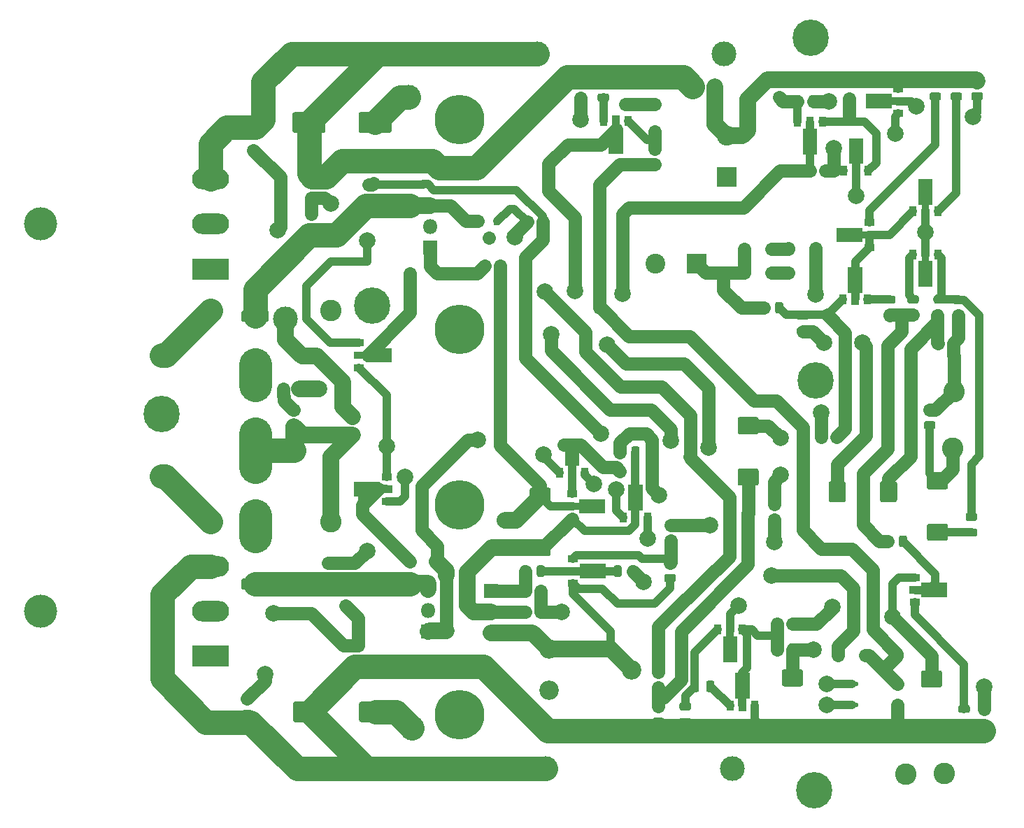
<source format=gbr>
%TF.GenerationSoftware,KiCad,Pcbnew,5.1.6-c6e7f7d~87~ubuntu18.04.1*%
%TF.CreationDate,2021-10-28T16:13:36+13:00*%
%TF.ProjectId,Trimodal SMD Sep20,5472696d-6f64-4616-9c20-534d44205365,rev?*%
%TF.SameCoordinates,Original*%
%TF.FileFunction,Copper,L1,Top*%
%TF.FilePolarity,Positive*%
%FSLAX46Y46*%
G04 Gerber Fmt 4.6, Leading zero omitted, Abs format (unit mm)*
G04 Created by KiCad (PCBNEW 5.1.6-c6e7f7d~87~ubuntu18.04.1) date 2021-10-28 16:13:36*
%MOMM*%
%LPD*%
G01*
G04 APERTURE LIST*
%TA.AperFunction,ComponentPad*%
%ADD10R,2.400000X2.400000*%
%TD*%
%TA.AperFunction,ComponentPad*%
%ADD11C,2.400000*%
%TD*%
%TA.AperFunction,SMDPad,CuDef*%
%ADD12R,0.900000X1.200000*%
%TD*%
%TA.AperFunction,SMDPad,CuDef*%
%ADD13R,1.200000X0.900000*%
%TD*%
%TA.AperFunction,ComponentPad*%
%ADD14C,3.000000*%
%TD*%
%TA.AperFunction,ComponentPad*%
%ADD15C,6.000000*%
%TD*%
%TA.AperFunction,ComponentPad*%
%ADD16C,2.600000*%
%TD*%
%TA.AperFunction,ComponentPad*%
%ADD17C,4.400000*%
%TD*%
%TA.AperFunction,ComponentPad*%
%ADD18C,2.340000*%
%TD*%
%TA.AperFunction,SMDPad,CuDef*%
%ADD19R,1.300000X0.900000*%
%TD*%
%TA.AperFunction,SMDPad,CuDef*%
%ADD20C,0.100000*%
%TD*%
%TA.AperFunction,SMDPad,CuDef*%
%ADD21R,0.800000X0.900000*%
%TD*%
%TA.AperFunction,SMDPad,CuDef*%
%ADD22R,0.900000X1.300000*%
%TD*%
%TA.AperFunction,ComponentPad*%
%ADD23R,1.800000X1.800000*%
%TD*%
%TA.AperFunction,ComponentPad*%
%ADD24O,1.800000X1.800000*%
%TD*%
%TA.AperFunction,ComponentPad*%
%ADD25R,4.500000X2.500000*%
%TD*%
%TA.AperFunction,ComponentPad*%
%ADD26O,4.500000X2.500000*%
%TD*%
%TA.AperFunction,ViaPad*%
%ADD27C,4.000000*%
%TD*%
%TA.AperFunction,ViaPad*%
%ADD28C,2.000000*%
%TD*%
%TA.AperFunction,ViaPad*%
%ADD29C,3.000000*%
%TD*%
%TA.AperFunction,Conductor*%
%ADD30C,1.600000*%
%TD*%
%TA.AperFunction,Conductor*%
%ADD31C,1.000000*%
%TD*%
%TA.AperFunction,Conductor*%
%ADD32C,2.000000*%
%TD*%
%TA.AperFunction,Conductor*%
%ADD33C,3.000000*%
%TD*%
%TA.AperFunction,Conductor*%
%ADD34C,4.000000*%
%TD*%
G04 APERTURE END LIST*
%TO.P,C1,2*%
%TO.N,Net-(C1-Pad2)*%
%TA.AperFunction,SMDPad,CuDef*%
G36*
G01*
X166429800Y-96135100D02*
X164379800Y-96135100D01*
G75*
G02*
X164129800Y-95885100I0J250000D01*
G01*
X164129800Y-94310100D01*
G75*
G02*
X164379800Y-94060100I250000J0D01*
G01*
X166429800Y-94060100D01*
G75*
G02*
X166679800Y-94310100I0J-250000D01*
G01*
X166679800Y-95885100D01*
G75*
G02*
X166429800Y-96135100I-250000J0D01*
G01*
G37*
%TD.AperFunction*%
%TO.P,C1,1*%
%TO.N,Net-(C1-Pad1)*%
%TA.AperFunction,SMDPad,CuDef*%
G36*
G01*
X166429800Y-102360100D02*
X164379800Y-102360100D01*
G75*
G02*
X164129800Y-102110100I0J250000D01*
G01*
X164129800Y-100535100D01*
G75*
G02*
X164379800Y-100285100I250000J0D01*
G01*
X166429800Y-100285100D01*
G75*
G02*
X166679800Y-100535100I0J-250000D01*
G01*
X166679800Y-102110100D01*
G75*
G02*
X166429800Y-102360100I-250000J0D01*
G01*
G37*
%TD.AperFunction*%
%TD*%
D10*
%TO.P,C2,1*%
%TO.N,Net-(C2-Pad1)*%
X136245600Y-68808600D03*
D11*
%TO.P,C2,2*%
%TO.N,GND*%
X131245600Y-68808600D03*
%TD*%
%TO.P,C3,2*%
%TO.N,Net-(C3-Pad2)*%
%TA.AperFunction,SMDPad,CuDef*%
G36*
G01*
X151353700Y-58012650D02*
X151353700Y-57100150D01*
G75*
G02*
X151597450Y-56856400I243750J0D01*
G01*
X152084950Y-56856400D01*
G75*
G02*
X152328700Y-57100150I0J-243750D01*
G01*
X152328700Y-58012650D01*
G75*
G02*
X152084950Y-58256400I-243750J0D01*
G01*
X151597450Y-58256400D01*
G75*
G02*
X151353700Y-58012650I0J243750D01*
G01*
G37*
%TD.AperFunction*%
%TO.P,C3,1*%
%TO.N,Net-(C3-Pad1)*%
%TA.AperFunction,SMDPad,CuDef*%
G36*
G01*
X149478700Y-58012650D02*
X149478700Y-57100150D01*
G75*
G02*
X149722450Y-56856400I243750J0D01*
G01*
X150209950Y-56856400D01*
G75*
G02*
X150453700Y-57100150I0J-243750D01*
G01*
X150453700Y-58012650D01*
G75*
G02*
X150209950Y-58256400I-243750J0D01*
G01*
X149722450Y-58256400D01*
G75*
G02*
X149478700Y-58012650I0J243750D01*
G01*
G37*
%TD.AperFunction*%
%TD*%
%TO.P,C4,2*%
%TO.N,Net-(C3-Pad1)*%
%TA.AperFunction,SMDPad,CuDef*%
G36*
G01*
X118347600Y-98001000D02*
X116297600Y-98001000D01*
G75*
G02*
X116047600Y-97751000I0J250000D01*
G01*
X116047600Y-96176000D01*
G75*
G02*
X116297600Y-95926000I250000J0D01*
G01*
X118347600Y-95926000D01*
G75*
G02*
X118597600Y-96176000I0J-250000D01*
G01*
X118597600Y-97751000D01*
G75*
G02*
X118347600Y-98001000I-250000J0D01*
G01*
G37*
%TD.AperFunction*%
%TO.P,C4,1*%
%TO.N,Net-(C4-Pad1)*%
%TA.AperFunction,SMDPad,CuDef*%
G36*
G01*
X118347600Y-104226000D02*
X116297600Y-104226000D01*
G75*
G02*
X116047600Y-103976000I0J250000D01*
G01*
X116047600Y-102401000D01*
G75*
G02*
X116297600Y-102151000I250000J0D01*
G01*
X118347600Y-102151000D01*
G75*
G02*
X118597600Y-102401000I0J-250000D01*
G01*
X118597600Y-103976000D01*
G75*
G02*
X118347600Y-104226000I-250000J0D01*
G01*
G37*
%TD.AperFunction*%
%TD*%
%TO.P,C5,1*%
%TO.N,Net-(C5-Pad1)*%
%TA.AperFunction,SMDPad,CuDef*%
G36*
G01*
X143519000Y-95677900D02*
X141469000Y-95677900D01*
G75*
G02*
X141219000Y-95427900I0J250000D01*
G01*
X141219000Y-93852900D01*
G75*
G02*
X141469000Y-93602900I250000J0D01*
G01*
X143519000Y-93602900D01*
G75*
G02*
X143769000Y-93852900I0J-250000D01*
G01*
X143769000Y-95427900D01*
G75*
G02*
X143519000Y-95677900I-250000J0D01*
G01*
G37*
%TD.AperFunction*%
%TO.P,C5,2*%
%TO.N,NFB*%
%TA.AperFunction,SMDPad,CuDef*%
G36*
G01*
X143519000Y-89452900D02*
X141469000Y-89452900D01*
G75*
G02*
X141219000Y-89202900I0J250000D01*
G01*
X141219000Y-87627900D01*
G75*
G02*
X141469000Y-87377900I250000J0D01*
G01*
X143519000Y-87377900D01*
G75*
G02*
X143769000Y-87627900I0J-250000D01*
G01*
X143769000Y-89202900D01*
G75*
G02*
X143519000Y-89452900I-250000J0D01*
G01*
G37*
%TD.AperFunction*%
%TD*%
%TO.P,C6,2*%
%TO.N,GND*%
%TA.AperFunction,SMDPad,CuDef*%
G36*
G01*
X87701300Y-84428650D02*
X87701300Y-83516150D01*
G75*
G02*
X87945050Y-83272400I243750J0D01*
G01*
X88432550Y-83272400D01*
G75*
G02*
X88676300Y-83516150I0J-243750D01*
G01*
X88676300Y-84428650D01*
G75*
G02*
X88432550Y-84672400I-243750J0D01*
G01*
X87945050Y-84672400D01*
G75*
G02*
X87701300Y-84428650I0J243750D01*
G01*
G37*
%TD.AperFunction*%
%TO.P,C6,1*%
%TO.N,Net-(C6-Pad1)*%
%TA.AperFunction,SMDPad,CuDef*%
G36*
G01*
X85826300Y-84428650D02*
X85826300Y-83516150D01*
G75*
G02*
X86070050Y-83272400I243750J0D01*
G01*
X86557550Y-83272400D01*
G75*
G02*
X86801300Y-83516150I0J-243750D01*
G01*
X86801300Y-84428650D01*
G75*
G02*
X86557550Y-84672400I-243750J0D01*
G01*
X86070050Y-84672400D01*
G75*
G02*
X85826300Y-84428650I0J243750D01*
G01*
G37*
%TD.AperFunction*%
%TD*%
%TO.P,C7,2*%
%TO.N,GND*%
%TA.AperFunction,SMDPad,CuDef*%
G36*
G01*
X171525250Y-123220300D02*
X170612750Y-123220300D01*
G75*
G02*
X170369000Y-122976550I0J243750D01*
G01*
X170369000Y-122489050D01*
G75*
G02*
X170612750Y-122245300I243750J0D01*
G01*
X171525250Y-122245300D01*
G75*
G02*
X171769000Y-122489050I0J-243750D01*
G01*
X171769000Y-122976550D01*
G75*
G02*
X171525250Y-123220300I-243750J0D01*
G01*
G37*
%TD.AperFunction*%
%TO.P,C7,1*%
%TO.N,VAA*%
%TA.AperFunction,SMDPad,CuDef*%
G36*
G01*
X171525250Y-125095300D02*
X170612750Y-125095300D01*
G75*
G02*
X170369000Y-124851550I0J243750D01*
G01*
X170369000Y-124364050D01*
G75*
G02*
X170612750Y-124120300I243750J0D01*
G01*
X171525250Y-124120300D01*
G75*
G02*
X171769000Y-124364050I0J-243750D01*
G01*
X171769000Y-124851550D01*
G75*
G02*
X171525250Y-125095300I-243750J0D01*
G01*
G37*
%TD.AperFunction*%
%TD*%
%TO.P,C9,1*%
%TO.N,VAA*%
%TA.AperFunction,SMDPad,CuDef*%
G36*
G01*
X87409000Y-124063000D02*
X87409000Y-122063000D01*
G75*
G02*
X87659000Y-121813000I250000J0D01*
G01*
X91159000Y-121813000D01*
G75*
G02*
X91409000Y-122063000I0J-250000D01*
G01*
X91409000Y-124063000D01*
G75*
G02*
X91159000Y-124313000I-250000J0D01*
G01*
X87659000Y-124313000D01*
G75*
G02*
X87409000Y-124063000I0J250000D01*
G01*
G37*
%TD.AperFunction*%
%TO.P,C9,2*%
%TO.N,GND*%
%TA.AperFunction,SMDPad,CuDef*%
G36*
G01*
X95409000Y-124063000D02*
X95409000Y-122063000D01*
G75*
G02*
X95659000Y-121813000I250000J0D01*
G01*
X99159000Y-121813000D01*
G75*
G02*
X99409000Y-122063000I0J-250000D01*
G01*
X99409000Y-124063000D01*
G75*
G02*
X99159000Y-124313000I-250000J0D01*
G01*
X95659000Y-124313000D01*
G75*
G02*
X95409000Y-124063000I0J250000D01*
G01*
G37*
%TD.AperFunction*%
%TD*%
%TO.P,C10,2*%
%TO.N,VCC*%
%TA.AperFunction,SMDPad,CuDef*%
G36*
G01*
X91332800Y-50714400D02*
X91332800Y-52714400D01*
G75*
G02*
X91082800Y-52964400I-250000J0D01*
G01*
X87582800Y-52964400D01*
G75*
G02*
X87332800Y-52714400I0J250000D01*
G01*
X87332800Y-50714400D01*
G75*
G02*
X87582800Y-50464400I250000J0D01*
G01*
X91082800Y-50464400D01*
G75*
G02*
X91332800Y-50714400I0J-250000D01*
G01*
G37*
%TD.AperFunction*%
%TO.P,C10,1*%
%TO.N,GND*%
%TA.AperFunction,SMDPad,CuDef*%
G36*
G01*
X99332800Y-50714400D02*
X99332800Y-52714400D01*
G75*
G02*
X99082800Y-52964400I-250000J0D01*
G01*
X95582800Y-52964400D01*
G75*
G02*
X95332800Y-52714400I0J250000D01*
G01*
X95332800Y-50714400D01*
G75*
G02*
X95582800Y-50464400I250000J0D01*
G01*
X99082800Y-50464400D01*
G75*
G02*
X99332800Y-50714400I0J-250000D01*
G01*
G37*
%TD.AperFunction*%
%TD*%
%TO.P,C11,1*%
%TO.N,VAA*%
%TA.AperFunction,SMDPad,CuDef*%
G36*
G01*
X148878400Y-126210700D02*
X146828400Y-126210700D01*
G75*
G02*
X146578400Y-125960700I0J250000D01*
G01*
X146578400Y-124385700D01*
G75*
G02*
X146828400Y-124135700I250000J0D01*
G01*
X148878400Y-124135700D01*
G75*
G02*
X149128400Y-124385700I0J-250000D01*
G01*
X149128400Y-125960700D01*
G75*
G02*
X148878400Y-126210700I-250000J0D01*
G01*
G37*
%TD.AperFunction*%
%TO.P,C11,2*%
%TO.N,Net-(C11-Pad2)*%
%TA.AperFunction,SMDPad,CuDef*%
G36*
G01*
X148878400Y-119985700D02*
X146828400Y-119985700D01*
G75*
G02*
X146578400Y-119735700I0J250000D01*
G01*
X146578400Y-118160700D01*
G75*
G02*
X146828400Y-117910700I250000J0D01*
G01*
X148878400Y-117910700D01*
G75*
G02*
X149128400Y-118160700I0J-250000D01*
G01*
X149128400Y-119735700D01*
G75*
G02*
X148878400Y-119985700I-250000J0D01*
G01*
G37*
%TD.AperFunction*%
%TD*%
%TO.P,C12,2*%
%TO.N,Net-(C12-Pad2)*%
X139903200Y-53340000D03*
D10*
%TO.P,C12,1*%
%TO.N,GND*%
X139903200Y-58340000D03*
%TD*%
%TO.P,C13,1*%
%TO.N,GND*%
%TA.AperFunction,SMDPad,CuDef*%
G36*
G01*
X122706450Y-49255500D02*
X121793950Y-49255500D01*
G75*
G02*
X121550200Y-49011750I0J243750D01*
G01*
X121550200Y-48524250D01*
G75*
G02*
X121793950Y-48280500I243750J0D01*
G01*
X122706450Y-48280500D01*
G75*
G02*
X122950200Y-48524250I0J-243750D01*
G01*
X122950200Y-49011750D01*
G75*
G02*
X122706450Y-49255500I-243750J0D01*
G01*
G37*
%TD.AperFunction*%
%TO.P,C13,2*%
%TO.N,VCC*%
%TA.AperFunction,SMDPad,CuDef*%
G36*
G01*
X122706450Y-47380500D02*
X121793950Y-47380500D01*
G75*
G02*
X121550200Y-47136750I0J243750D01*
G01*
X121550200Y-46649250D01*
G75*
G02*
X121793950Y-46405500I243750J0D01*
G01*
X122706450Y-46405500D01*
G75*
G02*
X122950200Y-46649250I0J-243750D01*
G01*
X122950200Y-47136750D01*
G75*
G02*
X122706450Y-47380500I-243750J0D01*
G01*
G37*
%TD.AperFunction*%
%TD*%
%TO.P,C14,2*%
%TO.N,Net-(C14-Pad2)*%
%TA.AperFunction,SMDPad,CuDef*%
G36*
G01*
X165718600Y-120112700D02*
X163668600Y-120112700D01*
G75*
G02*
X163418600Y-119862700I0J250000D01*
G01*
X163418600Y-118287700D01*
G75*
G02*
X163668600Y-118037700I250000J0D01*
G01*
X165718600Y-118037700D01*
G75*
G02*
X165968600Y-118287700I0J-250000D01*
G01*
X165968600Y-119862700D01*
G75*
G02*
X165718600Y-120112700I-250000J0D01*
G01*
G37*
%TD.AperFunction*%
%TO.P,C14,1*%
%TO.N,VAA*%
%TA.AperFunction,SMDPad,CuDef*%
G36*
G01*
X165718600Y-126337700D02*
X163668600Y-126337700D01*
G75*
G02*
X163418600Y-126087700I0J250000D01*
G01*
X163418600Y-124512700D01*
G75*
G02*
X163668600Y-124262700I250000J0D01*
G01*
X165718600Y-124262700D01*
G75*
G02*
X165968600Y-124512700I0J-250000D01*
G01*
X165968600Y-126087700D01*
G75*
G02*
X165718600Y-126337700I-250000J0D01*
G01*
G37*
%TD.AperFunction*%
%TD*%
%TO.P,C15,1*%
%TO.N,Net-(C15-Pad1)*%
%TA.AperFunction,SMDPad,CuDef*%
G36*
G01*
X152226100Y-97443400D02*
X152226100Y-95393400D01*
G75*
G02*
X152476100Y-95143400I250000J0D01*
G01*
X154051100Y-95143400D01*
G75*
G02*
X154301100Y-95393400I0J-250000D01*
G01*
X154301100Y-97443400D01*
G75*
G02*
X154051100Y-97693400I-250000J0D01*
G01*
X152476100Y-97693400D01*
G75*
G02*
X152226100Y-97443400I0J250000D01*
G01*
G37*
%TD.AperFunction*%
%TO.P,C15,2*%
%TO.N,Net-(C15-Pad2)*%
%TA.AperFunction,SMDPad,CuDef*%
G36*
G01*
X158451100Y-97443400D02*
X158451100Y-95393400D01*
G75*
G02*
X158701100Y-95143400I250000J0D01*
G01*
X160276100Y-95143400D01*
G75*
G02*
X160526100Y-95393400I0J-250000D01*
G01*
X160526100Y-97443400D01*
G75*
G02*
X160276100Y-97693400I-250000J0D01*
G01*
X158701100Y-97693400D01*
G75*
G02*
X158451100Y-97443400I0J250000D01*
G01*
G37*
%TD.AperFunction*%
%TD*%
%TO.P,C16,1*%
%TO.N,Net-(C16-Pad1)*%
%TA.AperFunction,SMDPad,CuDef*%
G36*
G01*
X167488550Y-72719900D02*
X168401050Y-72719900D01*
G75*
G02*
X168644800Y-72963650I0J-243750D01*
G01*
X168644800Y-73451150D01*
G75*
G02*
X168401050Y-73694900I-243750J0D01*
G01*
X167488550Y-73694900D01*
G75*
G02*
X167244800Y-73451150I0J243750D01*
G01*
X167244800Y-72963650D01*
G75*
G02*
X167488550Y-72719900I243750J0D01*
G01*
G37*
%TD.AperFunction*%
%TO.P,C16,2*%
%TO.N,GND*%
%TA.AperFunction,SMDPad,CuDef*%
G36*
G01*
X167488550Y-74594900D02*
X168401050Y-74594900D01*
G75*
G02*
X168644800Y-74838650I0J-243750D01*
G01*
X168644800Y-75326150D01*
G75*
G02*
X168401050Y-75569900I-243750J0D01*
G01*
X167488550Y-75569900D01*
G75*
G02*
X167244800Y-75326150I0J243750D01*
G01*
X167244800Y-74838650D01*
G75*
G02*
X167488550Y-74594900I243750J0D01*
G01*
G37*
%TD.AperFunction*%
%TD*%
%TO.P,C17,1*%
%TO.N,GND*%
%TA.AperFunction,SMDPad,CuDef*%
G36*
G01*
X170661650Y-49022300D02*
X169749150Y-49022300D01*
G75*
G02*
X169505400Y-48778550I0J243750D01*
G01*
X169505400Y-48291050D01*
G75*
G02*
X169749150Y-48047300I243750J0D01*
G01*
X170661650Y-48047300D01*
G75*
G02*
X170905400Y-48291050I0J-243750D01*
G01*
X170905400Y-48778550D01*
G75*
G02*
X170661650Y-49022300I-243750J0D01*
G01*
G37*
%TD.AperFunction*%
%TO.P,C17,2*%
%TO.N,Net-(C12-Pad2)*%
%TA.AperFunction,SMDPad,CuDef*%
G36*
G01*
X170661650Y-47147300D02*
X169749150Y-47147300D01*
G75*
G02*
X169505400Y-46903550I0J243750D01*
G01*
X169505400Y-46416050D01*
G75*
G02*
X169749150Y-46172300I243750J0D01*
G01*
X170661650Y-46172300D01*
G75*
G02*
X170905400Y-46416050I0J-243750D01*
G01*
X170905400Y-46903550D01*
G75*
G02*
X170661650Y-47147300I-243750J0D01*
G01*
G37*
%TD.AperFunction*%
%TD*%
D12*
%TO.P,D1,1*%
%TO.N,Net-(D1-Pad1)*%
X145311400Y-69900800D03*
%TO.P,D1,2*%
%TO.N,Net-(C2-Pad1)*%
X142011400Y-69900800D03*
%TD*%
%TO.P,D2,1*%
%TO.N,GND*%
X150670800Y-69900800D03*
%TO.P,D2,2*%
%TO.N,Net-(D1-Pad1)*%
X147370800Y-69900800D03*
%TD*%
%TO.P,D3,2*%
%TO.N,Net-(D3-Pad2)*%
X145313400Y-66979800D03*
%TO.P,D3,1*%
%TO.N,Net-(C2-Pad1)*%
X142013400Y-66979800D03*
%TD*%
%TO.P,D4,2*%
%TO.N,GND*%
X150672800Y-66954400D03*
%TO.P,D4,1*%
%TO.N,Net-(D3-Pad2)*%
X147372800Y-66954400D03*
%TD*%
D13*
%TO.P,D5,1*%
%TO.N,Net-(D5-Pad1)*%
X131165600Y-49530000D03*
%TO.P,D5,2*%
%TO.N,Net-(D5-Pad2)*%
X131165600Y-52830000D03*
%TD*%
%TO.P,D6,1*%
%TO.N,VCC*%
X127635000Y-46230000D03*
%TO.P,D6,2*%
%TO.N,Net-(D5-Pad1)*%
X127635000Y-49530000D03*
%TD*%
D12*
%TO.P,D7,2*%
%TO.N,Net-(D7-Pad2)*%
X104851200Y-104902000D03*
%TO.P,D7,1*%
%TO.N,Net-(D7-Pad1)*%
X101551200Y-104902000D03*
%TD*%
%TO.P,D8,2*%
%TO.N,Net-(D8-Pad2)*%
X101575600Y-70002400D03*
%TO.P,D8,1*%
%TO.N,Net-(D8-Pad1)*%
X104875600Y-70002400D03*
%TD*%
%TO.P,D9,1*%
%TO.N,Net-(D9-Pad1)*%
X153390600Y-116179600D03*
%TO.P,D9,2*%
%TO.N,Net-(D9-Pad2)*%
X156690600Y-116179600D03*
%TD*%
D14*
%TO.P,F1,1*%
%TO.N,+24V*%
X140608400Y-129946400D03*
%TO.P,F1,2*%
%TO.N,VAA*%
X118008400Y-129946400D03*
%TD*%
%TO.P,F2,2*%
%TO.N,VCC*%
X116967000Y-43383200D03*
%TO.P,F2,1*%
%TO.N,-24V*%
X139567000Y-43383200D03*
%TD*%
D15*
%TO.P,HS1,1*%
%TO.N,N/C*%
X107543600Y-51384200D03*
X107543600Y-76784200D03*
%TD*%
%TO.P,HS2,1*%
%TO.N,N/C*%
X107530900Y-98031300D03*
X107530900Y-123431300D03*
%TD*%
D16*
%TO.P,J1,1*%
%TO.N,Net-(C1-Pad2)*%
X167259000Y-91135200D03*
%TD*%
%TO.P,J2,1*%
%TO.N,GND*%
X167386000Y-84251800D03*
%TD*%
D17*
%TO.P,J3,1*%
%TO.N,Net-(J3-Pad1)*%
X96951800Y-73914000D03*
%TD*%
%TO.P,J4,1*%
%TO.N,GND*%
X150622000Y-82905600D03*
%TD*%
%TO.P,JL1,1*%
%TO.N,Net-(JL1-Pad1)*%
X150469600Y-132537200D03*
%TD*%
%TO.P,JL2,1*%
%TO.N,Net-(JL2-Pad1)*%
X150063200Y-41478200D03*
%TD*%
D18*
%TO.P,PR1,3*%
%TO.N,Net-(C3-Pad1)*%
X118364000Y-115468400D03*
%TO.P,PR1,2*%
X128364000Y-117968400D03*
%TO.P,PR1,1*%
%TO.N,Net-(PR1-Pad1)*%
X118364000Y-120468400D03*
%TD*%
D19*
%TO.P,Q6,1*%
%TO.N,Net-(Q6-Pad1)*%
X160679400Y-50623600D03*
%TO.P,Q6,3*%
%TO.N,Net-(C12-Pad2)*%
X160679400Y-47623600D03*
%TA.AperFunction,SMDPad,CuDef*%
D20*
%TO.P,Q6,2*%
%TO.N,Net-(C3-Pad2)*%
G36*
X156729400Y-48257100D02*
G01*
X159854400Y-48257100D01*
X159854400Y-48673600D01*
X161329400Y-48673600D01*
X161329400Y-49573600D01*
X159854400Y-49573600D01*
X159854400Y-49990100D01*
X156729400Y-49990100D01*
X156729400Y-48257100D01*
G37*
%TD.AperFunction*%
%TD*%
%TO.P,R2,2*%
%TO.N,Net-(R2-Pad2)*%
%TA.AperFunction,SMDPad,CuDef*%
G36*
G01*
X162914650Y-73614100D02*
X162002150Y-73614100D01*
G75*
G02*
X161758400Y-73370350I0J243750D01*
G01*
X161758400Y-72882850D01*
G75*
G02*
X162002150Y-72639100I243750J0D01*
G01*
X162914650Y-72639100D01*
G75*
G02*
X163158400Y-72882850I0J-243750D01*
G01*
X163158400Y-73370350D01*
G75*
G02*
X162914650Y-73614100I-243750J0D01*
G01*
G37*
%TD.AperFunction*%
%TO.P,R2,1*%
%TO.N,Net-(R2-Pad1)*%
%TA.AperFunction,SMDPad,CuDef*%
G36*
G01*
X162914650Y-75489100D02*
X162002150Y-75489100D01*
G75*
G02*
X161758400Y-75245350I0J243750D01*
G01*
X161758400Y-74757850D01*
G75*
G02*
X162002150Y-74514100I243750J0D01*
G01*
X162914650Y-74514100D01*
G75*
G02*
X163158400Y-74757850I0J-243750D01*
G01*
X163158400Y-75245350D01*
G75*
G02*
X162914650Y-75489100I-243750J0D01*
G01*
G37*
%TD.AperFunction*%
%TD*%
%TO.P,R3,2*%
%TO.N,Net-(R3-Pad2)*%
%TA.AperFunction,SMDPad,CuDef*%
G36*
G01*
X160095250Y-73639500D02*
X159182750Y-73639500D01*
G75*
G02*
X158939000Y-73395750I0J243750D01*
G01*
X158939000Y-72908250D01*
G75*
G02*
X159182750Y-72664500I243750J0D01*
G01*
X160095250Y-72664500D01*
G75*
G02*
X160339000Y-72908250I0J-243750D01*
G01*
X160339000Y-73395750D01*
G75*
G02*
X160095250Y-73639500I-243750J0D01*
G01*
G37*
%TD.AperFunction*%
%TO.P,R3,1*%
%TO.N,Net-(R2-Pad1)*%
%TA.AperFunction,SMDPad,CuDef*%
G36*
G01*
X160095250Y-75514500D02*
X159182750Y-75514500D01*
G75*
G02*
X158939000Y-75270750I0J243750D01*
G01*
X158939000Y-74783250D01*
G75*
G02*
X159182750Y-74539500I243750J0D01*
G01*
X160095250Y-74539500D01*
G75*
G02*
X160339000Y-74783250I0J-243750D01*
G01*
X160339000Y-75270750D01*
G75*
G02*
X160095250Y-75514500I-243750J0D01*
G01*
G37*
%TD.AperFunction*%
%TD*%
%TO.P,R4,2*%
%TO.N,Net-(R4-Pad2)*%
%TA.AperFunction,SMDPad,CuDef*%
G36*
G01*
X169086850Y-123194900D02*
X168174350Y-123194900D01*
G75*
G02*
X167930600Y-122951150I0J243750D01*
G01*
X167930600Y-122463650D01*
G75*
G02*
X168174350Y-122219900I243750J0D01*
G01*
X169086850Y-122219900D01*
G75*
G02*
X169330600Y-122463650I0J-243750D01*
G01*
X169330600Y-122951150D01*
G75*
G02*
X169086850Y-123194900I-243750J0D01*
G01*
G37*
%TD.AperFunction*%
%TO.P,R4,1*%
%TO.N,VAA*%
%TA.AperFunction,SMDPad,CuDef*%
G36*
G01*
X169086850Y-125069900D02*
X168174350Y-125069900D01*
G75*
G02*
X167930600Y-124826150I0J243750D01*
G01*
X167930600Y-124338650D01*
G75*
G02*
X168174350Y-124094900I243750J0D01*
G01*
X169086850Y-124094900D01*
G75*
G02*
X169330600Y-124338650I0J-243750D01*
G01*
X169330600Y-124826150D01*
G75*
G02*
X169086850Y-125069900I-243750J0D01*
G01*
G37*
%TD.AperFunction*%
%TD*%
%TO.P,R5,2*%
%TO.N,Net-(C14-Pad2)*%
%TA.AperFunction,SMDPad,CuDef*%
G36*
G01*
X147361300Y-112876650D02*
X147361300Y-111964150D01*
G75*
G02*
X147605050Y-111720400I243750J0D01*
G01*
X148092550Y-111720400D01*
G75*
G02*
X148336300Y-111964150I0J-243750D01*
G01*
X148336300Y-112876650D01*
G75*
G02*
X148092550Y-113120400I-243750J0D01*
G01*
X147605050Y-113120400D01*
G75*
G02*
X147361300Y-112876650I0J243750D01*
G01*
G37*
%TD.AperFunction*%
%TO.P,R5,1*%
%TO.N,Net-(R49-Pad1)*%
%TA.AperFunction,SMDPad,CuDef*%
G36*
G01*
X145486300Y-112876650D02*
X145486300Y-111964150D01*
G75*
G02*
X145730050Y-111720400I243750J0D01*
G01*
X146217550Y-111720400D01*
G75*
G02*
X146461300Y-111964150I0J-243750D01*
G01*
X146461300Y-112876650D01*
G75*
G02*
X146217550Y-113120400I-243750J0D01*
G01*
X145730050Y-113120400D01*
G75*
G02*
X145486300Y-112876650I0J243750D01*
G01*
G37*
%TD.AperFunction*%
%TD*%
%TO.P,R6,2*%
%TO.N,Net-(C12-Pad2)*%
%TA.AperFunction,SMDPad,CuDef*%
G36*
G01*
X168147050Y-47177300D02*
X167234550Y-47177300D01*
G75*
G02*
X166990800Y-46933550I0J243750D01*
G01*
X166990800Y-46446050D01*
G75*
G02*
X167234550Y-46202300I243750J0D01*
G01*
X168147050Y-46202300D01*
G75*
G02*
X168390800Y-46446050I0J-243750D01*
G01*
X168390800Y-46933550D01*
G75*
G02*
X168147050Y-47177300I-243750J0D01*
G01*
G37*
%TD.AperFunction*%
%TO.P,R6,1*%
%TO.N,Net-(R6-Pad1)*%
%TA.AperFunction,SMDPad,CuDef*%
G36*
G01*
X168147050Y-49052300D02*
X167234550Y-49052300D01*
G75*
G02*
X166990800Y-48808550I0J243750D01*
G01*
X166990800Y-48321050D01*
G75*
G02*
X167234550Y-48077300I243750J0D01*
G01*
X168147050Y-48077300D01*
G75*
G02*
X168390800Y-48321050I0J-243750D01*
G01*
X168390800Y-48808550D01*
G75*
G02*
X168147050Y-49052300I-243750J0D01*
G01*
G37*
%TD.AperFunction*%
%TD*%
%TO.P,R7,1*%
%TO.N,Net-(R7-Pad1)*%
%TA.AperFunction,SMDPad,CuDef*%
G36*
G01*
X165607050Y-49052300D02*
X164694550Y-49052300D01*
G75*
G02*
X164450800Y-48808550I0J243750D01*
G01*
X164450800Y-48321050D01*
G75*
G02*
X164694550Y-48077300I243750J0D01*
G01*
X165607050Y-48077300D01*
G75*
G02*
X165850800Y-48321050I0J-243750D01*
G01*
X165850800Y-48808550D01*
G75*
G02*
X165607050Y-49052300I-243750J0D01*
G01*
G37*
%TD.AperFunction*%
%TO.P,R7,2*%
%TO.N,Net-(C12-Pad2)*%
%TA.AperFunction,SMDPad,CuDef*%
G36*
G01*
X165607050Y-47177300D02*
X164694550Y-47177300D01*
G75*
G02*
X164450800Y-46933550I0J243750D01*
G01*
X164450800Y-46446050D01*
G75*
G02*
X164694550Y-46202300I243750J0D01*
G01*
X165607050Y-46202300D01*
G75*
G02*
X165850800Y-46446050I0J-243750D01*
G01*
X165850800Y-46933550D01*
G75*
G02*
X165607050Y-47177300I-243750J0D01*
G01*
G37*
%TD.AperFunction*%
%TD*%
%TO.P,R8,1*%
%TO.N,NFB*%
%TA.AperFunction,SMDPad,CuDef*%
G36*
G01*
X150824900Y-90270650D02*
X150824900Y-89358150D01*
G75*
G02*
X151068650Y-89114400I243750J0D01*
G01*
X151556150Y-89114400D01*
G75*
G02*
X151799900Y-89358150I0J-243750D01*
G01*
X151799900Y-90270650D01*
G75*
G02*
X151556150Y-90514400I-243750J0D01*
G01*
X151068650Y-90514400D01*
G75*
G02*
X150824900Y-90270650I0J243750D01*
G01*
G37*
%TD.AperFunction*%
%TO.P,R8,2*%
%TO.N,Net-(R40-Pad1)*%
%TA.AperFunction,SMDPad,CuDef*%
G36*
G01*
X152699900Y-90270650D02*
X152699900Y-89358150D01*
G75*
G02*
X152943650Y-89114400I243750J0D01*
G01*
X153431150Y-89114400D01*
G75*
G02*
X153674900Y-89358150I0J-243750D01*
G01*
X153674900Y-90270650D01*
G75*
G02*
X153431150Y-90514400I-243750J0D01*
G01*
X152943650Y-90514400D01*
G75*
G02*
X152699900Y-90270650I0J243750D01*
G01*
G37*
%TD.AperFunction*%
%TD*%
%TO.P,R9,1*%
%TO.N,Net-(C16-Pad1)*%
%TA.AperFunction,SMDPad,CuDef*%
G36*
G01*
X169063350Y-98978900D02*
X169975850Y-98978900D01*
G75*
G02*
X170219600Y-99222650I0J-243750D01*
G01*
X170219600Y-99710150D01*
G75*
G02*
X169975850Y-99953900I-243750J0D01*
G01*
X169063350Y-99953900D01*
G75*
G02*
X168819600Y-99710150I0J243750D01*
G01*
X168819600Y-99222650D01*
G75*
G02*
X169063350Y-98978900I243750J0D01*
G01*
G37*
%TD.AperFunction*%
%TO.P,R9,2*%
%TO.N,Net-(C1-Pad1)*%
%TA.AperFunction,SMDPad,CuDef*%
G36*
G01*
X169063350Y-100853900D02*
X169975850Y-100853900D01*
G75*
G02*
X170219600Y-101097650I0J-243750D01*
G01*
X170219600Y-101585150D01*
G75*
G02*
X169975850Y-101828900I-243750J0D01*
G01*
X169063350Y-101828900D01*
G75*
G02*
X168819600Y-101585150I0J243750D01*
G01*
X168819600Y-101097650D01*
G75*
G02*
X169063350Y-100853900I243750J0D01*
G01*
G37*
%TD.AperFunction*%
%TD*%
%TO.P,R10,1*%
%TO.N,Net-(R10-Pad1)*%
%TA.AperFunction,SMDPad,CuDef*%
G36*
G01*
X117881700Y-107976350D02*
X117881700Y-108888850D01*
G75*
G02*
X117637950Y-109132600I-243750J0D01*
G01*
X117150450Y-109132600D01*
G75*
G02*
X116906700Y-108888850I0J243750D01*
G01*
X116906700Y-107976350D01*
G75*
G02*
X117150450Y-107732600I243750J0D01*
G01*
X117637950Y-107732600D01*
G75*
G02*
X117881700Y-107976350I0J-243750D01*
G01*
G37*
%TD.AperFunction*%
%TO.P,R10,2*%
%TO.N,Net-(R10-Pad2)*%
%TA.AperFunction,SMDPad,CuDef*%
G36*
G01*
X116006700Y-107976350D02*
X116006700Y-108888850D01*
G75*
G02*
X115762950Y-109132600I-243750J0D01*
G01*
X115275450Y-109132600D01*
G75*
G02*
X115031700Y-108888850I0J243750D01*
G01*
X115031700Y-107976350D01*
G75*
G02*
X115275450Y-107732600I243750J0D01*
G01*
X115762950Y-107732600D01*
G75*
G02*
X116006700Y-107976350I0J-243750D01*
G01*
G37*
%TD.AperFunction*%
%TD*%
%TO.P,R11,1*%
%TO.N,Net-(R10-Pad2)*%
%TA.AperFunction,SMDPad,CuDef*%
G36*
G01*
X115031700Y-106475850D02*
X115031700Y-105563350D01*
G75*
G02*
X115275450Y-105319600I243750J0D01*
G01*
X115762950Y-105319600D01*
G75*
G02*
X116006700Y-105563350I0J-243750D01*
G01*
X116006700Y-106475850D01*
G75*
G02*
X115762950Y-106719600I-243750J0D01*
G01*
X115275450Y-106719600D01*
G75*
G02*
X115031700Y-106475850I0J243750D01*
G01*
G37*
%TD.AperFunction*%
%TO.P,R11,2*%
%TO.N,Net-(R11-Pad2)*%
%TA.AperFunction,SMDPad,CuDef*%
G36*
G01*
X116906700Y-106475850D02*
X116906700Y-105563350D01*
G75*
G02*
X117150450Y-105319600I243750J0D01*
G01*
X117637950Y-105319600D01*
G75*
G02*
X117881700Y-105563350I0J-243750D01*
G01*
X117881700Y-106475850D01*
G75*
G02*
X117637950Y-106719600I-243750J0D01*
G01*
X117150450Y-106719600D01*
G75*
G02*
X116906700Y-106475850I0J243750D01*
G01*
G37*
%TD.AperFunction*%
%TD*%
%TO.P,R12,1*%
%TO.N,Net-(D7-Pad2)*%
%TA.AperFunction,SMDPad,CuDef*%
G36*
G01*
X126491700Y-92074050D02*
X126491700Y-91161550D01*
G75*
G02*
X126735450Y-90917800I243750J0D01*
G01*
X127222950Y-90917800D01*
G75*
G02*
X127466700Y-91161550I0J-243750D01*
G01*
X127466700Y-92074050D01*
G75*
G02*
X127222950Y-92317800I-243750J0D01*
G01*
X126735450Y-92317800D01*
G75*
G02*
X126491700Y-92074050I0J243750D01*
G01*
G37*
%TD.AperFunction*%
%TO.P,R12,2*%
%TO.N,Net-(C4-Pad1)*%
%TA.AperFunction,SMDPad,CuDef*%
G36*
G01*
X128366700Y-92074050D02*
X128366700Y-91161550D01*
G75*
G02*
X128610450Y-90917800I243750J0D01*
G01*
X129097950Y-90917800D01*
G75*
G02*
X129341700Y-91161550I0J-243750D01*
G01*
X129341700Y-92074050D01*
G75*
G02*
X129097950Y-92317800I-243750J0D01*
G01*
X128610450Y-92317800D01*
G75*
G02*
X128366700Y-92074050I0J243750D01*
G01*
G37*
%TD.AperFunction*%
%TD*%
%TO.P,R13,2*%
%TO.N,Net-(R13-Pad2)*%
%TA.AperFunction,SMDPad,CuDef*%
G36*
G01*
X135330250Y-122890100D02*
X134417750Y-122890100D01*
G75*
G02*
X134174000Y-122646350I0J243750D01*
G01*
X134174000Y-122158850D01*
G75*
G02*
X134417750Y-121915100I243750J0D01*
G01*
X135330250Y-121915100D01*
G75*
G02*
X135574000Y-122158850I0J-243750D01*
G01*
X135574000Y-122646350D01*
G75*
G02*
X135330250Y-122890100I-243750J0D01*
G01*
G37*
%TD.AperFunction*%
%TO.P,R13,1*%
%TO.N,VAA*%
%TA.AperFunction,SMDPad,CuDef*%
G36*
G01*
X135330250Y-124765100D02*
X134417750Y-124765100D01*
G75*
G02*
X134174000Y-124521350I0J243750D01*
G01*
X134174000Y-124033850D01*
G75*
G02*
X134417750Y-123790100I243750J0D01*
G01*
X135330250Y-123790100D01*
G75*
G02*
X135574000Y-124033850I0J-243750D01*
G01*
X135574000Y-124521350D01*
G75*
G02*
X135330250Y-124765100I-243750J0D01*
G01*
G37*
%TD.AperFunction*%
%TD*%
%TO.P,R14,1*%
%TO.N,Net-(R10-Pad1)*%
%TA.AperFunction,SMDPad,CuDef*%
G36*
G01*
X117881700Y-110516350D02*
X117881700Y-111428850D01*
G75*
G02*
X117637950Y-111672600I-243750J0D01*
G01*
X117150450Y-111672600D01*
G75*
G02*
X116906700Y-111428850I0J243750D01*
G01*
X116906700Y-110516350D01*
G75*
G02*
X117150450Y-110272600I243750J0D01*
G01*
X117637950Y-110272600D01*
G75*
G02*
X117881700Y-110516350I0J-243750D01*
G01*
G37*
%TD.AperFunction*%
%TO.P,R14,2*%
%TO.N,Net-(C4-Pad1)*%
%TA.AperFunction,SMDPad,CuDef*%
G36*
G01*
X116006700Y-110516350D02*
X116006700Y-111428850D01*
G75*
G02*
X115762950Y-111672600I-243750J0D01*
G01*
X115275450Y-111672600D01*
G75*
G02*
X115031700Y-111428850I0J243750D01*
G01*
X115031700Y-110516350D01*
G75*
G02*
X115275450Y-110272600I243750J0D01*
G01*
X115762950Y-110272600D01*
G75*
G02*
X116006700Y-110516350I0J-243750D01*
G01*
G37*
%TD.AperFunction*%
%TD*%
%TO.P,R15,1*%
%TO.N,Net-(C4-Pad1)*%
%TA.AperFunction,SMDPad,CuDef*%
G36*
G01*
X129341700Y-93472950D02*
X129341700Y-94385450D01*
G75*
G02*
X129097950Y-94629200I-243750J0D01*
G01*
X128610450Y-94629200D01*
G75*
G02*
X128366700Y-94385450I0J243750D01*
G01*
X128366700Y-93472950D01*
G75*
G02*
X128610450Y-93229200I243750J0D01*
G01*
X129097950Y-93229200D01*
G75*
G02*
X129341700Y-93472950I0J-243750D01*
G01*
G37*
%TD.AperFunction*%
%TO.P,R15,2*%
%TO.N,Net-(R15-Pad2)*%
%TA.AperFunction,SMDPad,CuDef*%
G36*
G01*
X127466700Y-93472950D02*
X127466700Y-94385450D01*
G75*
G02*
X127222950Y-94629200I-243750J0D01*
G01*
X126735450Y-94629200D01*
G75*
G02*
X126491700Y-94385450I0J243750D01*
G01*
X126491700Y-93472950D01*
G75*
G02*
X126735450Y-93229200I243750J0D01*
G01*
X127222950Y-93229200D01*
G75*
G02*
X127466700Y-93472950I0J-243750D01*
G01*
G37*
%TD.AperFunction*%
%TD*%
%TO.P,R16,2*%
%TO.N,Net-(R16-Pad2)*%
%TA.AperFunction,SMDPad,CuDef*%
G36*
G01*
X84229001Y-102478200D02*
X81378999Y-102478200D01*
G75*
G02*
X81129000Y-102228201I0J249999D01*
G01*
X81129000Y-101378199D01*
G75*
G02*
X81378999Y-101128200I249999J0D01*
G01*
X84229001Y-101128200D01*
G75*
G02*
X84479000Y-101378199I0J-249999D01*
G01*
X84479000Y-102228201D01*
G75*
G02*
X84229001Y-102478200I-249999J0D01*
G01*
G37*
%TD.AperFunction*%
%TO.P,R16,1*%
%TO.N,Net-(R16-Pad1)*%
%TA.AperFunction,SMDPad,CuDef*%
G36*
G01*
X84229001Y-108278200D02*
X81378999Y-108278200D01*
G75*
G02*
X81129000Y-108028201I0J249999D01*
G01*
X81129000Y-107178199D01*
G75*
G02*
X81378999Y-106928200I249999J0D01*
G01*
X84229001Y-106928200D01*
G75*
G02*
X84479000Y-107178199I0J-249999D01*
G01*
X84479000Y-108028201D01*
G75*
G02*
X84229001Y-108278200I-249999J0D01*
G01*
G37*
%TD.AperFunction*%
%TD*%
%TO.P,R17,1*%
%TO.N,Net-(R17-Pad1)*%
%TA.AperFunction,SMDPad,CuDef*%
G36*
G01*
X84229001Y-81650200D02*
X81378999Y-81650200D01*
G75*
G02*
X81129000Y-81400201I0J249999D01*
G01*
X81129000Y-80550199D01*
G75*
G02*
X81378999Y-80300200I249999J0D01*
G01*
X84229001Y-80300200D01*
G75*
G02*
X84479000Y-80550199I0J-249999D01*
G01*
X84479000Y-81400201D01*
G75*
G02*
X84229001Y-81650200I-249999J0D01*
G01*
G37*
%TD.AperFunction*%
%TO.P,R17,2*%
%TO.N,Net-(R17-Pad2)*%
%TA.AperFunction,SMDPad,CuDef*%
G36*
G01*
X84229001Y-75850200D02*
X81378999Y-75850200D01*
G75*
G02*
X81129000Y-75600201I0J249999D01*
G01*
X81129000Y-74750199D01*
G75*
G02*
X81378999Y-74500200I249999J0D01*
G01*
X84229001Y-74500200D01*
G75*
G02*
X84479000Y-74750199I0J-249999D01*
G01*
X84479000Y-75600201D01*
G75*
G02*
X84229001Y-75850200I-249999J0D01*
G01*
G37*
%TD.AperFunction*%
%TD*%
%TO.P,R18,2*%
%TO.N,Net-(C6-Pad1)*%
%TA.AperFunction,SMDPad,CuDef*%
G36*
G01*
X87984650Y-87126900D02*
X87072150Y-87126900D01*
G75*
G02*
X86828400Y-86883150I0J243750D01*
G01*
X86828400Y-86395650D01*
G75*
G02*
X87072150Y-86151900I243750J0D01*
G01*
X87984650Y-86151900D01*
G75*
G02*
X88228400Y-86395650I0J-243750D01*
G01*
X88228400Y-86883150D01*
G75*
G02*
X87984650Y-87126900I-243750J0D01*
G01*
G37*
%TD.AperFunction*%
%TO.P,R18,1*%
%TO.N,NFB*%
%TA.AperFunction,SMDPad,CuDef*%
G36*
G01*
X87984650Y-89001900D02*
X87072150Y-89001900D01*
G75*
G02*
X86828400Y-88758150I0J243750D01*
G01*
X86828400Y-88270650D01*
G75*
G02*
X87072150Y-88026900I243750J0D01*
G01*
X87984650Y-88026900D01*
G75*
G02*
X88228400Y-88270650I0J-243750D01*
G01*
X88228400Y-88758150D01*
G75*
G02*
X87984650Y-89001900I-243750J0D01*
G01*
G37*
%TD.AperFunction*%
%TD*%
%TO.P,R19,1*%
%TO.N,Net-(J3-Pad1)*%
%TA.AperFunction,SMDPad,CuDef*%
G36*
G01*
X94133350Y-86863100D02*
X95045850Y-86863100D01*
G75*
G02*
X95289600Y-87106850I0J-243750D01*
G01*
X95289600Y-87594350D01*
G75*
G02*
X95045850Y-87838100I-243750J0D01*
G01*
X94133350Y-87838100D01*
G75*
G02*
X93889600Y-87594350I0J243750D01*
G01*
X93889600Y-87106850D01*
G75*
G02*
X94133350Y-86863100I243750J0D01*
G01*
G37*
%TD.AperFunction*%
%TO.P,R19,2*%
%TO.N,NFB*%
%TA.AperFunction,SMDPad,CuDef*%
G36*
G01*
X94133350Y-88738100D02*
X95045850Y-88738100D01*
G75*
G02*
X95289600Y-88981850I0J-243750D01*
G01*
X95289600Y-89469350D01*
G75*
G02*
X95045850Y-89713100I-243750J0D01*
G01*
X94133350Y-89713100D01*
G75*
G02*
X93889600Y-89469350I0J243750D01*
G01*
X93889600Y-88981850D01*
G75*
G02*
X94133350Y-88738100I243750J0D01*
G01*
G37*
%TD.AperFunction*%
%TD*%
%TO.P,R20,1*%
%TO.N,Net-(R16-Pad1)*%
%TA.AperFunction,SMDPad,CuDef*%
G36*
G01*
X92124850Y-107416900D02*
X91212350Y-107416900D01*
G75*
G02*
X90968600Y-107173150I0J243750D01*
G01*
X90968600Y-106685650D01*
G75*
G02*
X91212350Y-106441900I243750J0D01*
G01*
X92124850Y-106441900D01*
G75*
G02*
X92368600Y-106685650I0J-243750D01*
G01*
X92368600Y-107173150D01*
G75*
G02*
X92124850Y-107416900I-243750J0D01*
G01*
G37*
%TD.AperFunction*%
%TO.P,R20,2*%
%TO.N,Net-(R20-Pad2)*%
%TA.AperFunction,SMDPad,CuDef*%
G36*
G01*
X92124850Y-105541900D02*
X91212350Y-105541900D01*
G75*
G02*
X90968600Y-105298150I0J243750D01*
G01*
X90968600Y-104810650D01*
G75*
G02*
X91212350Y-104566900I243750J0D01*
G01*
X92124850Y-104566900D01*
G75*
G02*
X92368600Y-104810650I0J-243750D01*
G01*
X92368600Y-105298150D01*
G75*
G02*
X92124850Y-105541900I-243750J0D01*
G01*
G37*
%TD.AperFunction*%
%TD*%
%TO.P,R21,1*%
%TO.N,VAA*%
%TA.AperFunction,SMDPad,CuDef*%
G36*
G01*
X95706250Y-117399100D02*
X94793750Y-117399100D01*
G75*
G02*
X94550000Y-117155350I0J243750D01*
G01*
X94550000Y-116667850D01*
G75*
G02*
X94793750Y-116424100I243750J0D01*
G01*
X95706250Y-116424100D01*
G75*
G02*
X95950000Y-116667850I0J-243750D01*
G01*
X95950000Y-117155350D01*
G75*
G02*
X95706250Y-117399100I-243750J0D01*
G01*
G37*
%TD.AperFunction*%
%TO.P,R21,2*%
%TO.N,Net-(R21-Pad2)*%
%TA.AperFunction,SMDPad,CuDef*%
G36*
G01*
X95706250Y-115524100D02*
X94793750Y-115524100D01*
G75*
G02*
X94550000Y-115280350I0J243750D01*
G01*
X94550000Y-114792850D01*
G75*
G02*
X94793750Y-114549100I243750J0D01*
G01*
X95706250Y-114549100D01*
G75*
G02*
X95950000Y-114792850I0J-243750D01*
G01*
X95950000Y-115280350D01*
G75*
G02*
X95706250Y-115524100I-243750J0D01*
G01*
G37*
%TD.AperFunction*%
%TD*%
%TO.P,R22,2*%
%TO.N,Net-(PR1-Pad1)*%
%TA.AperFunction,SMDPad,CuDef*%
G36*
G01*
X128082700Y-106475850D02*
X128082700Y-105563350D01*
G75*
G02*
X128326450Y-105319600I243750J0D01*
G01*
X128813950Y-105319600D01*
G75*
G02*
X129057700Y-105563350I0J-243750D01*
G01*
X129057700Y-106475850D01*
G75*
G02*
X128813950Y-106719600I-243750J0D01*
G01*
X128326450Y-106719600D01*
G75*
G02*
X128082700Y-106475850I0J243750D01*
G01*
G37*
%TD.AperFunction*%
%TO.P,R22,1*%
%TO.N,Net-(R11-Pad2)*%
%TA.AperFunction,SMDPad,CuDef*%
G36*
G01*
X126207700Y-106475850D02*
X126207700Y-105563350D01*
G75*
G02*
X126451450Y-105319600I243750J0D01*
G01*
X126938950Y-105319600D01*
G75*
G02*
X127182700Y-105563350I0J-243750D01*
G01*
X127182700Y-106475850D01*
G75*
G02*
X126938950Y-106719600I-243750J0D01*
G01*
X126451450Y-106719600D01*
G75*
G02*
X126207700Y-106475850I0J243750D01*
G01*
G37*
%TD.AperFunction*%
%TD*%
%TO.P,R23,2*%
%TO.N,Net-(R21-Pad2)*%
%TA.AperFunction,SMDPad,CuDef*%
G36*
G01*
X93320550Y-109723100D02*
X94233050Y-109723100D01*
G75*
G02*
X94476800Y-109966850I0J-243750D01*
G01*
X94476800Y-110454350D01*
G75*
G02*
X94233050Y-110698100I-243750J0D01*
G01*
X93320550Y-110698100D01*
G75*
G02*
X93076800Y-110454350I0J243750D01*
G01*
X93076800Y-109966850D01*
G75*
G02*
X93320550Y-109723100I243750J0D01*
G01*
G37*
%TD.AperFunction*%
%TO.P,R23,1*%
%TO.N,Net-(R16-Pad1)*%
%TA.AperFunction,SMDPad,CuDef*%
G36*
G01*
X93320550Y-107848100D02*
X94233050Y-107848100D01*
G75*
G02*
X94476800Y-108091850I0J-243750D01*
G01*
X94476800Y-108579350D01*
G75*
G02*
X94233050Y-108823100I-243750J0D01*
G01*
X93320550Y-108823100D01*
G75*
G02*
X93076800Y-108579350I0J243750D01*
G01*
X93076800Y-108091850D01*
G75*
G02*
X93320550Y-107848100I243750J0D01*
G01*
G37*
%TD.AperFunction*%
%TD*%
%TO.P,R24,2*%
%TO.N,Net-(C3-Pad1)*%
%TA.AperFunction,SMDPad,CuDef*%
G36*
G01*
X111981400Y-69544250D02*
X111981400Y-68631750D01*
G75*
G02*
X112225150Y-68388000I243750J0D01*
G01*
X112712650Y-68388000D01*
G75*
G02*
X112956400Y-68631750I0J-243750D01*
G01*
X112956400Y-69544250D01*
G75*
G02*
X112712650Y-69788000I-243750J0D01*
G01*
X112225150Y-69788000D01*
G75*
G02*
X111981400Y-69544250I0J243750D01*
G01*
G37*
%TD.AperFunction*%
%TO.P,R24,1*%
%TO.N,Net-(D8-Pad1)*%
%TA.AperFunction,SMDPad,CuDef*%
G36*
G01*
X110106400Y-69544250D02*
X110106400Y-68631750D01*
G75*
G02*
X110350150Y-68388000I243750J0D01*
G01*
X110837650Y-68388000D01*
G75*
G02*
X111081400Y-68631750I0J-243750D01*
G01*
X111081400Y-69544250D01*
G75*
G02*
X110837650Y-69788000I-243750J0D01*
G01*
X110350150Y-69788000D01*
G75*
G02*
X110106400Y-69544250I0J243750D01*
G01*
G37*
%TD.AperFunction*%
%TD*%
%TO.P,R25,2*%
%TO.N,Net-(R25-Pad2)*%
%TA.AperFunction,SMDPad,CuDef*%
G36*
G01*
X82320450Y-121950300D02*
X81407950Y-121950300D01*
G75*
G02*
X81164200Y-121706550I0J243750D01*
G01*
X81164200Y-121219050D01*
G75*
G02*
X81407950Y-120975300I243750J0D01*
G01*
X82320450Y-120975300D01*
G75*
G02*
X82564200Y-121219050I0J-243750D01*
G01*
X82564200Y-121706550D01*
G75*
G02*
X82320450Y-121950300I-243750J0D01*
G01*
G37*
%TD.AperFunction*%
%TO.P,R25,1*%
%TO.N,VAA*%
%TA.AperFunction,SMDPad,CuDef*%
G36*
G01*
X82320450Y-123825300D02*
X81407950Y-123825300D01*
G75*
G02*
X81164200Y-123581550I0J243750D01*
G01*
X81164200Y-123094050D01*
G75*
G02*
X81407950Y-122850300I243750J0D01*
G01*
X82320450Y-122850300D01*
G75*
G02*
X82564200Y-123094050I0J-243750D01*
G01*
X82564200Y-123581550D01*
G75*
G02*
X82320450Y-123825300I-243750J0D01*
G01*
G37*
%TD.AperFunction*%
%TD*%
%TO.P,R26,1*%
%TO.N,Net-(R26-Pad1)*%
%TA.AperFunction,SMDPad,CuDef*%
G36*
G01*
X83057050Y-55550100D02*
X82144550Y-55550100D01*
G75*
G02*
X81900800Y-55306350I0J243750D01*
G01*
X81900800Y-54818850D01*
G75*
G02*
X82144550Y-54575100I243750J0D01*
G01*
X83057050Y-54575100D01*
G75*
G02*
X83300800Y-54818850I0J-243750D01*
G01*
X83300800Y-55306350D01*
G75*
G02*
X83057050Y-55550100I-243750J0D01*
G01*
G37*
%TD.AperFunction*%
%TO.P,R26,2*%
%TO.N,VCC*%
%TA.AperFunction,SMDPad,CuDef*%
G36*
G01*
X83057050Y-53675100D02*
X82144550Y-53675100D01*
G75*
G02*
X81900800Y-53431350I0J243750D01*
G01*
X81900800Y-52943850D01*
G75*
G02*
X82144550Y-52700100I243750J0D01*
G01*
X83057050Y-52700100D01*
G75*
G02*
X83300800Y-52943850I0J-243750D01*
G01*
X83300800Y-53431350D01*
G75*
G02*
X83057050Y-53675100I-243750J0D01*
G01*
G37*
%TD.AperFunction*%
%TD*%
%TO.P,R27,1*%
%TO.N,Net-(R17-Pad2)*%
%TA.AperFunction,SMDPad,CuDef*%
G36*
G01*
X90092850Y-65125900D02*
X89180350Y-65125900D01*
G75*
G02*
X88936600Y-64882150I0J243750D01*
G01*
X88936600Y-64394650D01*
G75*
G02*
X89180350Y-64150900I243750J0D01*
G01*
X90092850Y-64150900D01*
G75*
G02*
X90336600Y-64394650I0J-243750D01*
G01*
X90336600Y-64882150D01*
G75*
G02*
X90092850Y-65125900I-243750J0D01*
G01*
G37*
%TD.AperFunction*%
%TO.P,R27,2*%
%TO.N,Net-(R27-Pad2)*%
%TA.AperFunction,SMDPad,CuDef*%
G36*
G01*
X90092850Y-63250900D02*
X89180350Y-63250900D01*
G75*
G02*
X88936600Y-63007150I0J243750D01*
G01*
X88936600Y-62519650D01*
G75*
G02*
X89180350Y-62275900I243750J0D01*
G01*
X90092850Y-62275900D01*
G75*
G02*
X90336600Y-62519650I0J-243750D01*
G01*
X90336600Y-63007150D01*
G75*
G02*
X90092850Y-63250900I-243750J0D01*
G01*
G37*
%TD.AperFunction*%
%TD*%
%TO.P,R29,2*%
%TO.N,VCC*%
%TA.AperFunction,SMDPad,CuDef*%
G36*
G01*
X90118250Y-59415500D02*
X89205750Y-59415500D01*
G75*
G02*
X88962000Y-59171750I0J243750D01*
G01*
X88962000Y-58684250D01*
G75*
G02*
X89205750Y-58440500I243750J0D01*
G01*
X90118250Y-58440500D01*
G75*
G02*
X90362000Y-58684250I0J-243750D01*
G01*
X90362000Y-59171750D01*
G75*
G02*
X90118250Y-59415500I-243750J0D01*
G01*
G37*
%TD.AperFunction*%
%TO.P,R29,1*%
%TO.N,Net-(R27-Pad2)*%
%TA.AperFunction,SMDPad,CuDef*%
G36*
G01*
X90118250Y-61290500D02*
X89205750Y-61290500D01*
G75*
G02*
X88962000Y-61046750I0J243750D01*
G01*
X88962000Y-60559250D01*
G75*
G02*
X89205750Y-60315500I243750J0D01*
G01*
X90118250Y-60315500D01*
G75*
G02*
X90362000Y-60559250I0J-243750D01*
G01*
X90362000Y-61046750D01*
G75*
G02*
X90118250Y-61290500I-243750J0D01*
G01*
G37*
%TD.AperFunction*%
%TD*%
%TO.P,R30,2*%
%TO.N,Net-(R30-Pad2)*%
%TA.AperFunction,SMDPad,CuDef*%
G36*
G01*
X116239900Y-63297750D02*
X116239900Y-64210250D01*
G75*
G02*
X115996150Y-64454000I-243750J0D01*
G01*
X115508650Y-64454000D01*
G75*
G02*
X115264900Y-64210250I0J243750D01*
G01*
X115264900Y-63297750D01*
G75*
G02*
X115508650Y-63054000I243750J0D01*
G01*
X115996150Y-63054000D01*
G75*
G02*
X116239900Y-63297750I0J-243750D01*
G01*
G37*
%TD.AperFunction*%
%TO.P,R30,1*%
%TO.N,Net-(R30-Pad1)*%
%TA.AperFunction,SMDPad,CuDef*%
G36*
G01*
X118114900Y-63297750D02*
X118114900Y-64210250D01*
G75*
G02*
X117871150Y-64454000I-243750J0D01*
G01*
X117383650Y-64454000D01*
G75*
G02*
X117139900Y-64210250I0J243750D01*
G01*
X117139900Y-63297750D01*
G75*
G02*
X117383650Y-63054000I243750J0D01*
G01*
X117871150Y-63054000D01*
G75*
G02*
X118114900Y-63297750I0J-243750D01*
G01*
G37*
%TD.AperFunction*%
%TD*%
%TO.P,R31,2*%
%TO.N,Net-(R17-Pad2)*%
%TA.AperFunction,SMDPad,CuDef*%
G36*
G01*
X96139950Y-60594900D02*
X97052450Y-60594900D01*
G75*
G02*
X97296200Y-60838650I0J-243750D01*
G01*
X97296200Y-61326150D01*
G75*
G02*
X97052450Y-61569900I-243750J0D01*
G01*
X96139950Y-61569900D01*
G75*
G02*
X95896200Y-61326150I0J243750D01*
G01*
X95896200Y-60838650D01*
G75*
G02*
X96139950Y-60594900I243750J0D01*
G01*
G37*
%TD.AperFunction*%
%TO.P,R31,1*%
%TO.N,Net-(R30-Pad1)*%
%TA.AperFunction,SMDPad,CuDef*%
G36*
G01*
X96139950Y-58719900D02*
X97052450Y-58719900D01*
G75*
G02*
X97296200Y-58963650I0J-243750D01*
G01*
X97296200Y-59451150D01*
G75*
G02*
X97052450Y-59694900I-243750J0D01*
G01*
X96139950Y-59694900D01*
G75*
G02*
X95896200Y-59451150I0J243750D01*
G01*
X95896200Y-58963650D01*
G75*
G02*
X96139950Y-58719900I243750J0D01*
G01*
G37*
%TD.AperFunction*%
%TD*%
%TO.P,R32,2*%
%TO.N,Net-(C3-Pad1)*%
%TA.AperFunction,SMDPad,CuDef*%
G36*
G01*
X132588950Y-106391100D02*
X133501450Y-106391100D01*
G75*
G02*
X133745200Y-106634850I0J-243750D01*
G01*
X133745200Y-107122350D01*
G75*
G02*
X133501450Y-107366100I-243750J0D01*
G01*
X132588950Y-107366100D01*
G75*
G02*
X132345200Y-107122350I0J243750D01*
G01*
X132345200Y-106634850D01*
G75*
G02*
X132588950Y-106391100I243750J0D01*
G01*
G37*
%TD.AperFunction*%
%TO.P,R32,1*%
%TO.N,Net-(R32-Pad1)*%
%TA.AperFunction,SMDPad,CuDef*%
G36*
G01*
X132588950Y-104516100D02*
X133501450Y-104516100D01*
G75*
G02*
X133745200Y-104759850I0J-243750D01*
G01*
X133745200Y-105247350D01*
G75*
G02*
X133501450Y-105491100I-243750J0D01*
G01*
X132588950Y-105491100D01*
G75*
G02*
X132345200Y-105247350I0J243750D01*
G01*
X132345200Y-104759850D01*
G75*
G02*
X132588950Y-104516100I243750J0D01*
G01*
G37*
%TD.AperFunction*%
%TD*%
%TO.P,R33,1*%
%TO.N,Net-(D9-Pad1)*%
%TA.AperFunction,SMDPad,CuDef*%
G36*
G01*
X132665150Y-99999500D02*
X133577650Y-99999500D01*
G75*
G02*
X133821400Y-100243250I0J-243750D01*
G01*
X133821400Y-100730750D01*
G75*
G02*
X133577650Y-100974500I-243750J0D01*
G01*
X132665150Y-100974500D01*
G75*
G02*
X132421400Y-100730750I0J243750D01*
G01*
X132421400Y-100243250D01*
G75*
G02*
X132665150Y-99999500I243750J0D01*
G01*
G37*
%TD.AperFunction*%
%TO.P,R33,2*%
%TO.N,Net-(R32-Pad1)*%
%TA.AperFunction,SMDPad,CuDef*%
G36*
G01*
X132665150Y-101874500D02*
X133577650Y-101874500D01*
G75*
G02*
X133821400Y-102118250I0J-243750D01*
G01*
X133821400Y-102605750D01*
G75*
G02*
X133577650Y-102849500I-243750J0D01*
G01*
X132665150Y-102849500D01*
G75*
G02*
X132421400Y-102605750I0J243750D01*
G01*
X132421400Y-102118250D01*
G75*
G02*
X132665150Y-101874500I243750J0D01*
G01*
G37*
%TD.AperFunction*%
%TD*%
%TO.P,R34,2*%
%TO.N,Net-(Q6-Pad1)*%
%TA.AperFunction,SMDPad,CuDef*%
G36*
G01*
X149875900Y-49579850D02*
X149875900Y-48667350D01*
G75*
G02*
X150119650Y-48423600I243750J0D01*
G01*
X150607150Y-48423600D01*
G75*
G02*
X150850900Y-48667350I0J-243750D01*
G01*
X150850900Y-49579850D01*
G75*
G02*
X150607150Y-49823600I-243750J0D01*
G01*
X150119650Y-49823600D01*
G75*
G02*
X149875900Y-49579850I0J243750D01*
G01*
G37*
%TD.AperFunction*%
%TO.P,R34,1*%
%TO.N,Net-(R34-Pad1)*%
%TA.AperFunction,SMDPad,CuDef*%
G36*
G01*
X148000900Y-49579850D02*
X148000900Y-48667350D01*
G75*
G02*
X148244650Y-48423600I243750J0D01*
G01*
X148732150Y-48423600D01*
G75*
G02*
X148975900Y-48667350I0J-243750D01*
G01*
X148975900Y-49579850D01*
G75*
G02*
X148732150Y-49823600I-243750J0D01*
G01*
X148244650Y-49823600D01*
G75*
G02*
X148000900Y-49579850I0J243750D01*
G01*
G37*
%TD.AperFunction*%
%TD*%
%TO.P,R35,2*%
%TO.N,Net-(R2-Pad1)*%
%TA.AperFunction,SMDPad,CuDef*%
G36*
G01*
X159849400Y-101956550D02*
X159849400Y-102869050D01*
G75*
G02*
X159605650Y-103112800I-243750J0D01*
G01*
X159118150Y-103112800D01*
G75*
G02*
X158874400Y-102869050I0J243750D01*
G01*
X158874400Y-101956550D01*
G75*
G02*
X159118150Y-101712800I243750J0D01*
G01*
X159605650Y-101712800D01*
G75*
G02*
X159849400Y-101956550I0J-243750D01*
G01*
G37*
%TD.AperFunction*%
%TO.P,R35,1*%
%TO.N,Net-(R35-Pad1)*%
%TA.AperFunction,SMDPad,CuDef*%
G36*
G01*
X161724400Y-101956550D02*
X161724400Y-102869050D01*
G75*
G02*
X161480650Y-103112800I-243750J0D01*
G01*
X160993150Y-103112800D01*
G75*
G02*
X160749400Y-102869050I0J243750D01*
G01*
X160749400Y-101956550D01*
G75*
G02*
X160993150Y-101712800I243750J0D01*
G01*
X161480650Y-101712800D01*
G75*
G02*
X161724400Y-101956550I0J-243750D01*
G01*
G37*
%TD.AperFunction*%
%TD*%
%TO.P,R36,1*%
%TO.N,Net-(R36-Pad1)*%
%TA.AperFunction,SMDPad,CuDef*%
G36*
G01*
X155193050Y-49301700D02*
X154280550Y-49301700D01*
G75*
G02*
X154036800Y-49057950I0J243750D01*
G01*
X154036800Y-48570450D01*
G75*
G02*
X154280550Y-48326700I243750J0D01*
G01*
X155193050Y-48326700D01*
G75*
G02*
X155436800Y-48570450I0J-243750D01*
G01*
X155436800Y-49057950D01*
G75*
G02*
X155193050Y-49301700I-243750J0D01*
G01*
G37*
%TD.AperFunction*%
%TO.P,R36,2*%
%TO.N,Net-(C12-Pad2)*%
%TA.AperFunction,SMDPad,CuDef*%
G36*
G01*
X155193050Y-47426700D02*
X154280550Y-47426700D01*
G75*
G02*
X154036800Y-47182950I0J243750D01*
G01*
X154036800Y-46695450D01*
G75*
G02*
X154280550Y-46451700I243750J0D01*
G01*
X155193050Y-46451700D01*
G75*
G02*
X155436800Y-46695450I0J-243750D01*
G01*
X155436800Y-47182950D01*
G75*
G02*
X155193050Y-47426700I-243750J0D01*
G01*
G37*
%TD.AperFunction*%
%TD*%
%TO.P,R37,1*%
%TO.N,VCC*%
%TA.AperFunction,SMDPad,CuDef*%
G36*
G01*
X136037500Y-47827250D02*
X136037500Y-46914750D01*
G75*
G02*
X136281250Y-46671000I243750J0D01*
G01*
X136768750Y-46671000D01*
G75*
G02*
X137012500Y-46914750I0J-243750D01*
G01*
X137012500Y-47827250D01*
G75*
G02*
X136768750Y-48071000I-243750J0D01*
G01*
X136281250Y-48071000D01*
G75*
G02*
X136037500Y-47827250I0J243750D01*
G01*
G37*
%TD.AperFunction*%
%TO.P,R37,2*%
%TO.N,Net-(C12-Pad2)*%
%TA.AperFunction,SMDPad,CuDef*%
G36*
G01*
X137912500Y-47827250D02*
X137912500Y-46914750D01*
G75*
G02*
X138156250Y-46671000I243750J0D01*
G01*
X138643750Y-46671000D01*
G75*
G02*
X138887500Y-46914750I0J-243750D01*
G01*
X138887500Y-47827250D01*
G75*
G02*
X138643750Y-48071000I-243750J0D01*
G01*
X138156250Y-48071000D01*
G75*
G02*
X137912500Y-47827250I0J243750D01*
G01*
G37*
%TD.AperFunction*%
%TD*%
%TO.P,R38,2*%
%TO.N,Net-(C12-Pad2)*%
%TA.AperFunction,SMDPad,CuDef*%
G36*
G01*
X146709450Y-47274300D02*
X145796950Y-47274300D01*
G75*
G02*
X145553200Y-47030550I0J243750D01*
G01*
X145553200Y-46543050D01*
G75*
G02*
X145796950Y-46299300I243750J0D01*
G01*
X146709450Y-46299300D01*
G75*
G02*
X146953200Y-46543050I0J-243750D01*
G01*
X146953200Y-47030550D01*
G75*
G02*
X146709450Y-47274300I-243750J0D01*
G01*
G37*
%TD.AperFunction*%
%TO.P,R38,1*%
%TO.N,Net-(R34-Pad1)*%
%TA.AperFunction,SMDPad,CuDef*%
G36*
G01*
X146709450Y-49149300D02*
X145796950Y-49149300D01*
G75*
G02*
X145553200Y-48905550I0J243750D01*
G01*
X145553200Y-48418050D01*
G75*
G02*
X145796950Y-48174300I243750J0D01*
G01*
X146709450Y-48174300D01*
G75*
G02*
X146953200Y-48418050I0J-243750D01*
G01*
X146953200Y-48905550D01*
G75*
G02*
X146709450Y-49149300I-243750J0D01*
G01*
G37*
%TD.AperFunction*%
%TD*%
%TO.P,R39,2*%
%TO.N,GND*%
%TA.AperFunction,SMDPad,CuDef*%
G36*
G01*
X146099850Y-98379100D02*
X145187350Y-98379100D01*
G75*
G02*
X144943600Y-98135350I0J243750D01*
G01*
X144943600Y-97647850D01*
G75*
G02*
X145187350Y-97404100I243750J0D01*
G01*
X146099850Y-97404100D01*
G75*
G02*
X146343600Y-97647850I0J-243750D01*
G01*
X146343600Y-98135350D01*
G75*
G02*
X146099850Y-98379100I-243750J0D01*
G01*
G37*
%TD.AperFunction*%
%TO.P,R39,1*%
%TO.N,Net-(C11-Pad2)*%
%TA.AperFunction,SMDPad,CuDef*%
G36*
G01*
X146099850Y-100254100D02*
X145187350Y-100254100D01*
G75*
G02*
X144943600Y-100010350I0J243750D01*
G01*
X144943600Y-99522850D01*
G75*
G02*
X145187350Y-99279100I243750J0D01*
G01*
X146099850Y-99279100D01*
G75*
G02*
X146343600Y-99522850I0J-243750D01*
G01*
X146343600Y-100010350D01*
G75*
G02*
X146099850Y-100254100I-243750J0D01*
G01*
G37*
%TD.AperFunction*%
%TD*%
%TO.P,R40,1*%
%TO.N,Net-(R40-Pad1)*%
%TA.AperFunction,SMDPad,CuDef*%
G36*
G01*
X146736100Y-73686350D02*
X146736100Y-74598850D01*
G75*
G02*
X146492350Y-74842600I-243750J0D01*
G01*
X146004850Y-74842600D01*
G75*
G02*
X145761100Y-74598850I0J243750D01*
G01*
X145761100Y-73686350D01*
G75*
G02*
X146004850Y-73442600I243750J0D01*
G01*
X146492350Y-73442600D01*
G75*
G02*
X146736100Y-73686350I0J-243750D01*
G01*
G37*
%TD.AperFunction*%
%TO.P,R40,2*%
%TO.N,Net-(C2-Pad1)*%
%TA.AperFunction,SMDPad,CuDef*%
G36*
G01*
X144861100Y-73686350D02*
X144861100Y-74598850D01*
G75*
G02*
X144617350Y-74842600I-243750J0D01*
G01*
X144129850Y-74842600D01*
G75*
G02*
X143886100Y-74598850I0J243750D01*
G01*
X143886100Y-73686350D01*
G75*
G02*
X144129850Y-73442600I243750J0D01*
G01*
X144617350Y-73442600D01*
G75*
G02*
X144861100Y-73686350I0J-243750D01*
G01*
G37*
%TD.AperFunction*%
%TD*%
%TO.P,R41,1*%
%TO.N,Net-(R13-Pad2)*%
%TA.AperFunction,SMDPad,CuDef*%
G36*
G01*
X135554900Y-120445850D02*
X135554900Y-119533350D01*
G75*
G02*
X135798650Y-119289600I243750J0D01*
G01*
X136286150Y-119289600D01*
G75*
G02*
X136529900Y-119533350I0J-243750D01*
G01*
X136529900Y-120445850D01*
G75*
G02*
X136286150Y-120689600I-243750J0D01*
G01*
X135798650Y-120689600D01*
G75*
G02*
X135554900Y-120445850I0J243750D01*
G01*
G37*
%TD.AperFunction*%
%TO.P,R41,2*%
%TO.N,Net-(R41-Pad2)*%
%TA.AperFunction,SMDPad,CuDef*%
G36*
G01*
X137429900Y-120445850D02*
X137429900Y-119533350D01*
G75*
G02*
X137673650Y-119289600I243750J0D01*
G01*
X138161150Y-119289600D01*
G75*
G02*
X138404900Y-119533350I0J-243750D01*
G01*
X138404900Y-120445850D01*
G75*
G02*
X138161150Y-120689600I-243750J0D01*
G01*
X137673650Y-120689600D01*
G75*
G02*
X137429900Y-120445850I0J243750D01*
G01*
G37*
%TD.AperFunction*%
%TD*%
%TO.P,R42,2*%
%TO.N,Net-(C5-Pad1)*%
%TA.AperFunction,SMDPad,CuDef*%
G36*
G01*
X132104450Y-122867000D02*
X131191950Y-122867000D01*
G75*
G02*
X130948200Y-122623250I0J243750D01*
G01*
X130948200Y-122135750D01*
G75*
G02*
X131191950Y-121892000I243750J0D01*
G01*
X132104450Y-121892000D01*
G75*
G02*
X132348200Y-122135750I0J-243750D01*
G01*
X132348200Y-122623250D01*
G75*
G02*
X132104450Y-122867000I-243750J0D01*
G01*
G37*
%TD.AperFunction*%
%TO.P,R42,1*%
%TO.N,VAA*%
%TA.AperFunction,SMDPad,CuDef*%
G36*
G01*
X132104450Y-124742000D02*
X131191950Y-124742000D01*
G75*
G02*
X130948200Y-124498250I0J243750D01*
G01*
X130948200Y-124010750D01*
G75*
G02*
X131191950Y-123767000I243750J0D01*
G01*
X132104450Y-123767000D01*
G75*
G02*
X132348200Y-124010750I0J-243750D01*
G01*
X132348200Y-124498250D01*
G75*
G02*
X132104450Y-124742000I-243750J0D01*
G01*
G37*
%TD.AperFunction*%
%TD*%
%TO.P,R43,1*%
%TO.N,Net-(C5-Pad1)*%
%TA.AperFunction,SMDPad,CuDef*%
G36*
G01*
X132104450Y-120599500D02*
X131191950Y-120599500D01*
G75*
G02*
X130948200Y-120355750I0J243750D01*
G01*
X130948200Y-119868250D01*
G75*
G02*
X131191950Y-119624500I243750J0D01*
G01*
X132104450Y-119624500D01*
G75*
G02*
X132348200Y-119868250I0J-243750D01*
G01*
X132348200Y-120355750D01*
G75*
G02*
X132104450Y-120599500I-243750J0D01*
G01*
G37*
%TD.AperFunction*%
%TO.P,R43,2*%
%TO.N,Net-(R30-Pad2)*%
%TA.AperFunction,SMDPad,CuDef*%
G36*
G01*
X132104450Y-118724500D02*
X131191950Y-118724500D01*
G75*
G02*
X130948200Y-118480750I0J243750D01*
G01*
X130948200Y-117993250D01*
G75*
G02*
X131191950Y-117749500I243750J0D01*
G01*
X132104450Y-117749500D01*
G75*
G02*
X132348200Y-117993250I0J-243750D01*
G01*
X132348200Y-118480750D01*
G75*
G02*
X132104450Y-118724500I-243750J0D01*
G01*
G37*
%TD.AperFunction*%
%TD*%
%TO.P,R44,2*%
%TO.N,Net-(D5-Pad2)*%
%TA.AperFunction,SMDPad,CuDef*%
G36*
G01*
X131621850Y-55427700D02*
X130709350Y-55427700D01*
G75*
G02*
X130465600Y-55183950I0J243750D01*
G01*
X130465600Y-54696450D01*
G75*
G02*
X130709350Y-54452700I243750J0D01*
G01*
X131621850Y-54452700D01*
G75*
G02*
X131865600Y-54696450I0J-243750D01*
G01*
X131865600Y-55183950D01*
G75*
G02*
X131621850Y-55427700I-243750J0D01*
G01*
G37*
%TD.AperFunction*%
%TO.P,R44,1*%
%TO.N,Net-(D9-Pad2)*%
%TA.AperFunction,SMDPad,CuDef*%
G36*
G01*
X131621850Y-57302700D02*
X130709350Y-57302700D01*
G75*
G02*
X130465600Y-57058950I0J243750D01*
G01*
X130465600Y-56571450D01*
G75*
G02*
X130709350Y-56327700I243750J0D01*
G01*
X131621850Y-56327700D01*
G75*
G02*
X131865600Y-56571450I0J-243750D01*
G01*
X131865600Y-57058950D01*
G75*
G02*
X131621850Y-57302700I-243750J0D01*
G01*
G37*
%TD.AperFunction*%
%TD*%
%TO.P,R45,1*%
%TO.N,Net-(R45-Pad1)*%
%TA.AperFunction,SMDPad,CuDef*%
G36*
G01*
X125424250Y-49177000D02*
X124511750Y-49177000D01*
G75*
G02*
X124268000Y-48933250I0J243750D01*
G01*
X124268000Y-48445750D01*
G75*
G02*
X124511750Y-48202000I243750J0D01*
G01*
X125424250Y-48202000D01*
G75*
G02*
X125668000Y-48445750I0J-243750D01*
G01*
X125668000Y-48933250D01*
G75*
G02*
X125424250Y-49177000I-243750J0D01*
G01*
G37*
%TD.AperFunction*%
%TO.P,R45,2*%
%TO.N,VCC*%
%TA.AperFunction,SMDPad,CuDef*%
G36*
G01*
X125424250Y-47302000D02*
X124511750Y-47302000D01*
G75*
G02*
X124268000Y-47058250I0J243750D01*
G01*
X124268000Y-46570750D01*
G75*
G02*
X124511750Y-46327000I243750J0D01*
G01*
X125424250Y-46327000D01*
G75*
G02*
X125668000Y-46570750I0J-243750D01*
G01*
X125668000Y-47058250D01*
G75*
G02*
X125424250Y-47302000I-243750J0D01*
G01*
G37*
%TD.AperFunction*%
%TD*%
%TO.P,R47,2*%
%TO.N,Net-(C15-Pad1)*%
%TA.AperFunction,SMDPad,CuDef*%
G36*
G01*
X148641750Y-76499900D02*
X149554250Y-76499900D01*
G75*
G02*
X149798000Y-76743650I0J-243750D01*
G01*
X149798000Y-77231150D01*
G75*
G02*
X149554250Y-77474900I-243750J0D01*
G01*
X148641750Y-77474900D01*
G75*
G02*
X148398000Y-77231150I0J243750D01*
G01*
X148398000Y-76743650D01*
G75*
G02*
X148641750Y-76499900I243750J0D01*
G01*
G37*
%TD.AperFunction*%
%TO.P,R47,1*%
%TO.N,Net-(R40-Pad1)*%
%TA.AperFunction,SMDPad,CuDef*%
G36*
G01*
X148641750Y-74624900D02*
X149554250Y-74624900D01*
G75*
G02*
X149798000Y-74868650I0J-243750D01*
G01*
X149798000Y-75356150D01*
G75*
G02*
X149554250Y-75599900I-243750J0D01*
G01*
X148641750Y-75599900D01*
G75*
G02*
X148398000Y-75356150I0J243750D01*
G01*
X148398000Y-74868650D01*
G75*
G02*
X148641750Y-74624900I243750J0D01*
G01*
G37*
%TD.AperFunction*%
%TD*%
%TO.P,R48,1*%
%TO.N,Net-(C1-Pad2)*%
%TA.AperFunction,SMDPad,CuDef*%
G36*
G01*
X164921250Y-88854100D02*
X164008750Y-88854100D01*
G75*
G02*
X163765000Y-88610350I0J243750D01*
G01*
X163765000Y-88122850D01*
G75*
G02*
X164008750Y-87879100I243750J0D01*
G01*
X164921250Y-87879100D01*
G75*
G02*
X165165000Y-88122850I0J-243750D01*
G01*
X165165000Y-88610350D01*
G75*
G02*
X164921250Y-88854100I-243750J0D01*
G01*
G37*
%TD.AperFunction*%
%TO.P,R48,2*%
%TO.N,GND*%
%TA.AperFunction,SMDPad,CuDef*%
G36*
G01*
X164921250Y-86979100D02*
X164008750Y-86979100D01*
G75*
G02*
X163765000Y-86735350I0J243750D01*
G01*
X163765000Y-86247850D01*
G75*
G02*
X164008750Y-86004100I243750J0D01*
G01*
X164921250Y-86004100D01*
G75*
G02*
X165165000Y-86247850I0J-243750D01*
G01*
X165165000Y-86735350D01*
G75*
G02*
X164921250Y-86979100I-243750J0D01*
G01*
G37*
%TD.AperFunction*%
%TD*%
%TO.P,R49,1*%
%TO.N,Net-(R49-Pad1)*%
%TA.AperFunction,SMDPad,CuDef*%
G36*
G01*
X145490900Y-115950050D02*
X145490900Y-115037550D01*
G75*
G02*
X145734650Y-114793800I243750J0D01*
G01*
X146222150Y-114793800D01*
G75*
G02*
X146465900Y-115037550I0J-243750D01*
G01*
X146465900Y-115950050D01*
G75*
G02*
X146222150Y-116193800I-243750J0D01*
G01*
X145734650Y-116193800D01*
G75*
G02*
X145490900Y-115950050I0J243750D01*
G01*
G37*
%TD.AperFunction*%
%TO.P,R49,2*%
%TO.N,Net-(C11-Pad2)*%
%TA.AperFunction,SMDPad,CuDef*%
G36*
G01*
X147365900Y-115950050D02*
X147365900Y-115037550D01*
G75*
G02*
X147609650Y-114793800I243750J0D01*
G01*
X148097150Y-114793800D01*
G75*
G02*
X148340900Y-115037550I0J-243750D01*
G01*
X148340900Y-115950050D01*
G75*
G02*
X148097150Y-116193800I-243750J0D01*
G01*
X147609650Y-116193800D01*
G75*
G02*
X147365900Y-115950050I0J243750D01*
G01*
G37*
%TD.AperFunction*%
%TD*%
D21*
%TO.P,RG1,1*%
%TO.N,N/C*%
X112034400Y-63677800D03*
%TO.P,RG1,2*%
%TO.N,Net-(R30-Pad2)*%
X110134400Y-63677800D03*
%TO.P,RG1,3*%
%TO.N,Net-(R17-Pad2)*%
X111084400Y-65677800D03*
%TD*%
%TO.P,SW1,1*%
%TO.N,VAA*%
%TA.AperFunction,SMDPad,CuDef*%
G36*
G01*
X154367400Y-119822300D02*
X154367400Y-119547300D01*
G75*
G02*
X154504900Y-119409800I137500J0D01*
G01*
X155679900Y-119409800D01*
G75*
G02*
X155817400Y-119547300I0J-137500D01*
G01*
X155817400Y-119822300D01*
G75*
G02*
X155679900Y-119959800I-137500J0D01*
G01*
X154504900Y-119959800D01*
G75*
G02*
X154367400Y-119822300I0J137500D01*
G01*
G37*
%TD.AperFunction*%
%TO.P,SW1,2*%
%TO.N,Net-(D9-Pad2)*%
%TA.AperFunction,SMDPad,CuDef*%
G36*
G01*
X154367400Y-122362300D02*
X154367400Y-122087300D01*
G75*
G02*
X154504900Y-121949800I137500J0D01*
G01*
X155679900Y-121949800D01*
G75*
G02*
X155817400Y-122087300I0J-137500D01*
G01*
X155817400Y-122362300D01*
G75*
G02*
X155679900Y-122499800I-137500J0D01*
G01*
X154504900Y-122499800D01*
G75*
G02*
X154367400Y-122362300I0J137500D01*
G01*
G37*
%TD.AperFunction*%
%TO.P,SW1,3*%
%TO.N,N/C*%
%TA.AperFunction,SMDPad,CuDef*%
G36*
G01*
X159867400Y-122362300D02*
X159867400Y-122087300D01*
G75*
G02*
X160004900Y-121949800I137500J0D01*
G01*
X161179900Y-121949800D01*
G75*
G02*
X161317400Y-122087300I0J-137500D01*
G01*
X161317400Y-122362300D01*
G75*
G02*
X161179900Y-122499800I-137500J0D01*
G01*
X160004900Y-122499800D01*
G75*
G02*
X159867400Y-122362300I0J137500D01*
G01*
G37*
%TD.AperFunction*%
%TO.P,SW1,4*%
%TA.AperFunction,SMDPad,CuDef*%
G36*
G01*
X159867400Y-119822300D02*
X159867400Y-119547300D01*
G75*
G02*
X160004900Y-119409800I137500J0D01*
G01*
X161179900Y-119409800D01*
G75*
G02*
X161317400Y-119547300I0J-137500D01*
G01*
X161317400Y-119822300D01*
G75*
G02*
X161179900Y-119959800I-137500J0D01*
G01*
X160004900Y-119959800D01*
G75*
G02*
X159867400Y-119822300I0J137500D01*
G01*
G37*
%TD.AperFunction*%
%TD*%
D17*
%TO.P,TP3,1*%
%TO.N,Net-(TP3-Pad1)*%
X71500000Y-87000000D03*
%TD*%
D19*
%TO.P,TR1,1*%
%TO.N,Net-(C14-Pad2)*%
X162650300Y-106805600D03*
%TO.P,TR1,3*%
%TO.N,Net-(R4-Pad2)*%
X162650300Y-109805600D03*
%TA.AperFunction,SMDPad,CuDef*%
D20*
%TO.P,TR1,2*%
%TO.N,Net-(R35-Pad1)*%
G36*
X166600300Y-109172100D02*
G01*
X163475300Y-109172100D01*
X163475300Y-108755600D01*
X162000300Y-108755600D01*
X162000300Y-107855600D01*
X163475300Y-107855600D01*
X163475300Y-107439100D01*
X166600300Y-107439100D01*
X166600300Y-109172100D01*
G37*
%TD.AperFunction*%
%TD*%
D22*
%TO.P,TR2,1*%
%TO.N,Net-(C16-Pad1)*%
X165457000Y-67666600D03*
%TO.P,TR2,3*%
%TO.N,Net-(R2-Pad2)*%
X162457000Y-67666600D03*
%TA.AperFunction,SMDPad,CuDef*%
D20*
%TO.P,TR2,2*%
%TO.N,Net-(C3-Pad2)*%
G36*
X163090500Y-71616600D02*
G01*
X163090500Y-68491600D01*
X163507000Y-68491600D01*
X163507000Y-67016600D01*
X164407000Y-67016600D01*
X164407000Y-68491600D01*
X164823500Y-68491600D01*
X164823500Y-71616600D01*
X163090500Y-71616600D01*
G37*
%TD.AperFunction*%
%TD*%
%TA.AperFunction,SMDPad,CuDef*%
%TO.P,TR3,2*%
%TO.N,Net-(TR10-Pad1)*%
G36*
X156314500Y-69201000D02*
G01*
X156314500Y-72326000D01*
X155898000Y-72326000D01*
X155898000Y-73801000D01*
X154998000Y-73801000D01*
X154998000Y-72326000D01*
X154581500Y-72326000D01*
X154581500Y-69201000D01*
X156314500Y-69201000D01*
G37*
%TD.AperFunction*%
D22*
%TO.P,TR3,3*%
%TO.N,Net-(R3-Pad2)*%
X156948000Y-73151000D03*
%TO.P,TR3,1*%
%TO.N,Net-(R40-Pad1)*%
X153948000Y-73151000D03*
%TD*%
%TO.P,TR4,1*%
%TO.N,Net-(R36-Pad1)*%
X151488400Y-51638200D03*
%TO.P,TR4,3*%
%TO.N,Net-(R34-Pad1)*%
X148488400Y-51638200D03*
%TA.AperFunction,SMDPad,CuDef*%
D20*
%TO.P,TR4,2*%
%TO.N,Net-(C3-Pad1)*%
G36*
X149121900Y-55588200D02*
G01*
X149121900Y-52463200D01*
X149538400Y-52463200D01*
X149538400Y-50988200D01*
X150438400Y-50988200D01*
X150438400Y-52463200D01*
X150854900Y-52463200D01*
X150854900Y-55588200D01*
X149121900Y-55588200D01*
G37*
%TD.AperFunction*%
%TD*%
D22*
%TO.P,TR5,1*%
%TO.N,Net-(R49-Pad1)*%
X141809600Y-113120300D03*
%TO.P,TR5,3*%
%TO.N,Net-(R13-Pad2)*%
X138809600Y-113120300D03*
%TA.AperFunction,SMDPad,CuDef*%
D20*
%TO.P,TR5,2*%
%TO.N,Net-(R10-Pad1)*%
G36*
X139443100Y-117070300D02*
G01*
X139443100Y-113945300D01*
X139859600Y-113945300D01*
X139859600Y-112470300D01*
X140759600Y-112470300D01*
X140759600Y-113945300D01*
X141176100Y-113945300D01*
X141176100Y-117070300D01*
X139443100Y-117070300D01*
G37*
%TD.AperFunction*%
%TD*%
D23*
%TO.P,TR6,1*%
%TO.N,Net-(D7-Pad2)*%
X103784400Y-113360200D03*
D24*
%TO.P,TR6,2*%
%TO.N,Net-(R25-Pad2)*%
X103784400Y-110820200D03*
%TO.P,TR6,3*%
%TO.N,Net-(R16-Pad1)*%
X103784400Y-108280200D03*
%TD*%
D25*
%TO.P,TR7,1*%
%TO.N,Net-(R25-Pad2)*%
X77393800Y-116321000D03*
D26*
%TO.P,TR7,2*%
%TO.N,Net-(R16-Pad1)*%
X77393800Y-110871000D03*
%TO.P,TR7,3*%
%TO.N,VAA*%
X77393800Y-105421000D03*
%TD*%
D24*
%TO.P,TR8,3*%
%TO.N,Net-(R17-Pad2)*%
X103987600Y-61772800D03*
%TO.P,TR8,2*%
%TO.N,Net-(R26-Pad1)*%
X103987600Y-64312800D03*
D23*
%TO.P,TR8,1*%
%TO.N,Net-(D8-Pad1)*%
X103987600Y-66852800D03*
%TD*%
D26*
%TO.P,TR9,3*%
%TO.N,VCC*%
X77393800Y-58558000D03*
%TO.P,TR9,2*%
%TO.N,Net-(R17-Pad2)*%
X77393800Y-64008000D03*
D25*
%TO.P,TR9,1*%
%TO.N,Net-(R26-Pad1)*%
X77393800Y-69458000D03*
%TD*%
%TA.AperFunction,SMDPad,CuDef*%
D20*
%TO.P,TR10,2*%
%TO.N,Net-(C3-Pad2)*%
G36*
X164823500Y-58533000D02*
G01*
X164823500Y-61658000D01*
X164407000Y-61658000D01*
X164407000Y-63133000D01*
X163507000Y-63133000D01*
X163507000Y-61658000D01*
X163090500Y-61658000D01*
X163090500Y-58533000D01*
X164823500Y-58533000D01*
G37*
%TD.AperFunction*%
D22*
%TO.P,TR10,3*%
%TO.N,Net-(R6-Pad1)*%
X165457000Y-62483000D03*
%TO.P,TR10,1*%
%TO.N,Net-(TR10-Pad1)*%
X162457000Y-62483000D03*
%TD*%
%TA.AperFunction,SMDPad,CuDef*%
D20*
%TO.P,TR11,2*%
%TO.N,Net-(TR10-Pad1)*%
G36*
X153198800Y-64462300D02*
G01*
X156323800Y-64462300D01*
X156323800Y-64878800D01*
X157798800Y-64878800D01*
X157798800Y-65778800D01*
X156323800Y-65778800D01*
X156323800Y-66195300D01*
X153198800Y-66195300D01*
X153198800Y-64462300D01*
G37*
%TD.AperFunction*%
D19*
%TO.P,TR11,3*%
%TO.N,Net-(R7-Pad1)*%
X157148800Y-63828800D03*
%TO.P,TR11,1*%
%TO.N,Net-(TR10-Pad1)*%
X157148800Y-66828800D03*
%TD*%
D22*
%TO.P,TR12,1*%
%TO.N,Net-(C3-Pad2)*%
X154049600Y-57555400D03*
%TO.P,TR12,3*%
%TO.N,Net-(R36-Pad1)*%
X157049600Y-57555400D03*
%TA.AperFunction,SMDPad,CuDef*%
D20*
%TO.P,TR12,2*%
%TO.N,GND*%
G36*
X156416100Y-53605400D02*
G01*
X156416100Y-56730400D01*
X155999600Y-56730400D01*
X155999600Y-58205400D01*
X155099600Y-58205400D01*
X155099600Y-56730400D01*
X154683100Y-56730400D01*
X154683100Y-53605400D01*
X156416100Y-53605400D01*
G37*
%TD.AperFunction*%
%TD*%
D23*
%TO.P,TR13,1*%
%TO.N,Net-(R10-Pad2)*%
X111353600Y-108432600D03*
D24*
%TO.P,TR13,2*%
%TO.N,Net-(C4-Pad1)*%
X111353600Y-110972600D03*
%TO.P,TR13,3*%
%TO.N,Net-(C3-Pad1)*%
X111353600Y-113512600D03*
%TD*%
%TA.AperFunction,SMDPad,CuDef*%
D20*
%TO.P,TR14,2*%
%TO.N,Net-(C3-Pad1)*%
G36*
X125147500Y-99037500D02*
G01*
X122022500Y-99037500D01*
X122022500Y-98621000D01*
X120547500Y-98621000D01*
X120547500Y-97721000D01*
X122022500Y-97721000D01*
X122022500Y-97304500D01*
X125147500Y-97304500D01*
X125147500Y-99037500D01*
G37*
%TD.AperFunction*%
D19*
%TO.P,TR14,3*%
%TO.N,Net-(C4-Pad1)*%
X121197500Y-99671000D03*
%TO.P,TR14,1*%
%TO.N,Net-(R15-Pad2)*%
X121197500Y-96671000D03*
%TD*%
D22*
%TO.P,TR15,1*%
%TO.N,Net-(R30-Pad1)*%
X127354200Y-99516200D03*
%TO.P,TR15,3*%
%TO.N,Net-(TR15-Pad3)*%
X130354200Y-99516200D03*
%TA.AperFunction,SMDPad,CuDef*%
D20*
%TO.P,TR15,2*%
%TO.N,Net-(C4-Pad1)*%
G36*
X129720700Y-95566200D02*
G01*
X129720700Y-98691200D01*
X129304200Y-98691200D01*
X129304200Y-100166200D01*
X128404200Y-100166200D01*
X128404200Y-98691200D01*
X127987700Y-98691200D01*
X127987700Y-95566200D01*
X129720700Y-95566200D01*
G37*
%TD.AperFunction*%
%TD*%
%TA.AperFunction,SMDPad,CuDef*%
%TO.P,TR16,2*%
%TO.N,Net-(R15-Pad2)*%
G36*
X122049900Y-90156000D02*
G01*
X122049900Y-93281000D01*
X121633400Y-93281000D01*
X121633400Y-94756000D01*
X120733400Y-94756000D01*
X120733400Y-93281000D01*
X120316900Y-93281000D01*
X120316900Y-90156000D01*
X122049900Y-90156000D01*
G37*
%TD.AperFunction*%
D22*
%TO.P,TR16,3*%
%TO.N,Net-(TR15-Pad3)*%
X122683400Y-94106000D03*
%TO.P,TR16,1*%
%TO.N,Net-(R20-Pad2)*%
X119683400Y-94106000D03*
%TD*%
%TA.AperFunction,SMDPad,CuDef*%
D20*
%TO.P,TR17,2*%
%TO.N,Net-(TR15-Pad3)*%
G36*
X125625500Y-55487600D02*
G01*
X125625500Y-52362600D01*
X126042000Y-52362600D01*
X126042000Y-50887600D01*
X126942000Y-50887600D01*
X126942000Y-52362600D01*
X127358500Y-52362600D01*
X127358500Y-55487600D01*
X125625500Y-55487600D01*
G37*
%TD.AperFunction*%
D22*
%TO.P,TR17,3*%
%TO.N,Net-(R45-Pad1)*%
X124992000Y-51537600D03*
%TO.P,TR17,1*%
%TO.N,Net-(D5-Pad2)*%
X127992000Y-51537600D03*
%TD*%
D19*
%TO.P,TR18,1*%
%TO.N,Net-(R21-Pad2)*%
X98754200Y-97588200D03*
%TO.P,TR18,3*%
%TO.N,NFB*%
X98754200Y-94588200D03*
%TA.AperFunction,SMDPad,CuDef*%
D20*
%TO.P,TR18,2*%
%TO.N,Net-(D7-Pad1)*%
G36*
X94804200Y-95221700D02*
G01*
X97929200Y-95221700D01*
X97929200Y-95638200D01*
X99404200Y-95638200D01*
X99404200Y-96538200D01*
X97929200Y-96538200D01*
X97929200Y-96954700D01*
X94804200Y-96954700D01*
X94804200Y-95221700D01*
G37*
%TD.AperFunction*%
%TD*%
D19*
%TO.P,TR19,1*%
%TO.N,Net-(R27-Pad2)*%
X95403400Y-78383000D03*
%TO.P,TR19,3*%
%TO.N,NFB*%
X95403400Y-81383000D03*
%TA.AperFunction,SMDPad,CuDef*%
D20*
%TO.P,TR19,2*%
%TO.N,Net-(D8-Pad2)*%
G36*
X99353400Y-80749500D02*
G01*
X96228400Y-80749500D01*
X96228400Y-80333000D01*
X94753400Y-80333000D01*
X94753400Y-79433000D01*
X96228400Y-79433000D01*
X96228400Y-79016500D01*
X99353400Y-79016500D01*
X99353400Y-80749500D01*
G37*
%TD.AperFunction*%
%TD*%
%TA.AperFunction,SMDPad,CuDef*%
%TO.P,TR20,2*%
%TO.N,Net-(R11-Pad2)*%
G36*
X125236000Y-106886100D02*
G01*
X122111000Y-106886100D01*
X122111000Y-106469600D01*
X120636000Y-106469600D01*
X120636000Y-105569600D01*
X122111000Y-105569600D01*
X122111000Y-105153100D01*
X125236000Y-105153100D01*
X125236000Y-106886100D01*
G37*
%TD.AperFunction*%
D19*
%TO.P,TR20,3*%
%TO.N,Net-(C3-Pad1)*%
X121286000Y-107519600D03*
%TO.P,TR20,1*%
%TO.N,Net-(R32-Pad1)*%
X121286000Y-104519600D03*
%TD*%
%TA.AperFunction,SMDPad,CuDef*%
D20*
%TO.P,TR21,2*%
%TO.N,Net-(R49-Pad1)*%
G36*
X142674700Y-118350000D02*
G01*
X142674700Y-121475000D01*
X142258200Y-121475000D01*
X142258200Y-122950000D01*
X141358200Y-122950000D01*
X141358200Y-121475000D01*
X140941700Y-121475000D01*
X140941700Y-118350000D01*
X142674700Y-118350000D01*
G37*
%TD.AperFunction*%
D22*
%TO.P,TR21,3*%
%TO.N,VAA*%
X143308200Y-122300000D03*
%TO.P,TR21,1*%
%TO.N,Net-(R41-Pad2)*%
X140308200Y-122300000D03*
%TD*%
%TO.P,R166,2*%
%TO.N,NFB*%
%TA.AperFunction,SMDPad,CuDef*%
G36*
G01*
X84229001Y-94147000D02*
X81378999Y-94147000D01*
G75*
G02*
X81129000Y-93897001I0J249999D01*
G01*
X81129000Y-93046999D01*
G75*
G02*
X81378999Y-92797000I249999J0D01*
G01*
X84229001Y-92797000D01*
G75*
G02*
X84479000Y-93046999I0J-249999D01*
G01*
X84479000Y-93897001D01*
G75*
G02*
X84229001Y-94147000I-249999J0D01*
G01*
G37*
%TD.AperFunction*%
%TO.P,R166,1*%
%TO.N,Net-(R16-Pad2)*%
%TA.AperFunction,SMDPad,CuDef*%
G36*
G01*
X84229001Y-99947000D02*
X81378999Y-99947000D01*
G75*
G02*
X81129000Y-99697001I0J249999D01*
G01*
X81129000Y-98846999D01*
G75*
G02*
X81378999Y-98597000I249999J0D01*
G01*
X84229001Y-98597000D01*
G75*
G02*
X84479000Y-98846999I0J-249999D01*
G01*
X84479000Y-99697001D01*
G75*
G02*
X84229001Y-99947000I-249999J0D01*
G01*
G37*
%TD.AperFunction*%
%TD*%
%TO.P,R177,1*%
%TO.N,NFB*%
%TA.AperFunction,SMDPad,CuDef*%
G36*
G01*
X84229001Y-90036600D02*
X81378999Y-90036600D01*
G75*
G02*
X81129000Y-89786601I0J249999D01*
G01*
X81129000Y-88936599D01*
G75*
G02*
X81378999Y-88686600I249999J0D01*
G01*
X84229001Y-88686600D01*
G75*
G02*
X84479000Y-88936599I0J-249999D01*
G01*
X84479000Y-89786601D01*
G75*
G02*
X84229001Y-90036600I-249999J0D01*
G01*
G37*
%TD.AperFunction*%
%TO.P,R177,2*%
%TO.N,Net-(R17-Pad1)*%
%TA.AperFunction,SMDPad,CuDef*%
G36*
G01*
X84229001Y-84236600D02*
X81378999Y-84236600D01*
G75*
G02*
X81129000Y-83986601I0J249999D01*
G01*
X81129000Y-83136599D01*
G75*
G02*
X81378999Y-82886600I249999J0D01*
G01*
X84229001Y-82886600D01*
G75*
G02*
X84479000Y-83136599I0J-249999D01*
G01*
X84479000Y-83986601D01*
G75*
G02*
X84229001Y-84236600I-249999J0D01*
G01*
G37*
%TD.AperFunction*%
%TD*%
D16*
%TO.P,TP1,1*%
%TO.N,Net-(TP1-Pad1)*%
X166243000Y-130505200D03*
%TD*%
%TO.P,TP2,1*%
%TO.N,Net-(TP2-Pad1)*%
X161594800Y-130581400D03*
%TD*%
%TO.P,R1,1*%
%TO.N,Net-(C16-Pad1)*%
%TA.AperFunction,SMDPad,CuDef*%
G36*
G01*
X165224750Y-72765100D02*
X165737250Y-72765100D01*
G75*
G02*
X165956000Y-72983850I0J-218750D01*
G01*
X165956000Y-73421350D01*
G75*
G02*
X165737250Y-73640100I-218750J0D01*
G01*
X165224750Y-73640100D01*
G75*
G02*
X165006000Y-73421350I0J218750D01*
G01*
X165006000Y-72983850D01*
G75*
G02*
X165224750Y-72765100I218750J0D01*
G01*
G37*
%TD.AperFunction*%
%TO.P,R1,2*%
%TO.N,Net-(C15-Pad2)*%
%TA.AperFunction,SMDPad,CuDef*%
G36*
G01*
X165224750Y-74340100D02*
X165737250Y-74340100D01*
G75*
G02*
X165956000Y-74558850I0J-218750D01*
G01*
X165956000Y-74996350D01*
G75*
G02*
X165737250Y-75215100I-218750J0D01*
G01*
X165224750Y-75215100D01*
G75*
G02*
X165006000Y-74996350I0J218750D01*
G01*
X165006000Y-74558850D01*
G75*
G02*
X165224750Y-74340100I218750J0D01*
G01*
G37*
%TD.AperFunction*%
%TD*%
%TO.P,R46,2*%
%TO.N,GND*%
%TA.AperFunction,SMDPad,CuDef*%
G36*
G01*
X166747700Y-78666050D02*
X166747700Y-78153550D01*
G75*
G02*
X166966450Y-77934800I218750J0D01*
G01*
X167403950Y-77934800D01*
G75*
G02*
X167622700Y-78153550I0J-218750D01*
G01*
X167622700Y-78666050D01*
G75*
G02*
X167403950Y-78884800I-218750J0D01*
G01*
X166966450Y-78884800D01*
G75*
G02*
X166747700Y-78666050I0J218750D01*
G01*
G37*
%TD.AperFunction*%
%TO.P,R46,1*%
%TO.N,Net-(C15-Pad2)*%
%TA.AperFunction,SMDPad,CuDef*%
G36*
G01*
X165172700Y-78666050D02*
X165172700Y-78153550D01*
G75*
G02*
X165391450Y-77934800I218750J0D01*
G01*
X165828950Y-77934800D01*
G75*
G02*
X166047700Y-78153550I0J-218750D01*
G01*
X166047700Y-78666050D01*
G75*
G02*
X165828950Y-78884800I-218750J0D01*
G01*
X165391450Y-78884800D01*
G75*
G02*
X165172700Y-78666050I0J218750D01*
G01*
G37*
%TD.AperFunction*%
%TD*%
%TO.P,L1,2*%
%TO.N,NFB*%
X92000000Y-100000000D03*
%TO.P,L1,1*%
%TO.N,Net-(L1-Pad1)*%
X77390000Y-100000000D03*
%TD*%
%TO.P,L2,1*%
%TO.N,Net-(J3-Pad1)*%
X92000000Y-74500000D03*
%TO.P,L2,2*%
%TO.N,Net-(L2-Pad2)*%
X77390000Y-74500000D03*
%TD*%
%TO.P,L3,1*%
%TO.N,Net-(L2-Pad2)*%
X71500000Y-79890000D03*
%TO.P,L3,2*%
%TO.N,Net-(L1-Pad1)*%
X71500000Y-94500000D03*
%TD*%
D27*
%TO.N,*%
X56889400Y-64008000D03*
X56889400Y-110871000D03*
D28*
%TO.N,GND*%
X90551000Y-83972400D03*
X146456400Y-94361000D03*
X122250200Y-51384200D03*
X155575000Y-60604400D03*
X169672000Y-51028600D03*
X150670800Y-72515000D03*
X171069000Y-119989600D03*
D29*
X101777800Y-124993400D03*
X101422200Y-48666400D03*
D28*
%TO.N,Net-(C3-Pad2)*%
X162890200Y-49733200D03*
X152830800Y-54839600D03*
X163957000Y-64998600D03*
%TO.N,Net-(C3-Pad1)*%
X113106200Y-99898200D03*
X137693400Y-91084400D03*
X125425200Y-78638400D03*
X127254000Y-72466200D03*
%TO.N,NFB*%
X87528400Y-91414600D03*
X98754200Y-90933000D03*
X151307800Y-86817200D03*
X146405600Y-89890600D03*
%TO.N,Net-(C11-Pad2)*%
X150393400Y-115493800D03*
X145643600Y-102514400D03*
%TO.N,Net-(C14-Pad2)*%
X152704800Y-110363000D03*
X159943800Y-111531400D03*
%TO.N,Net-(C15-Pad1)*%
X151688800Y-78359000D03*
X156311600Y-78359000D03*
%TO.N,Net-(D7-Pad2)*%
X109804200Y-90119200D03*
X131699000Y-96824800D03*
%TO.N,Net-(D9-Pad1)*%
X137896600Y-100457000D03*
X145364200Y-106527600D03*
D29*
%TO.N,Net-(J3-Pad1)*%
X86500000Y-75500000D03*
D28*
%TO.N,Net-(PR1-Pad1)*%
X129870200Y-107319600D03*
%TO.N,Net-(Q6-Pad1)*%
X152298400Y-49123600D03*
X160299400Y-53060600D03*
%TO.N,Net-(R10-Pad1)*%
X119888000Y-110972600D03*
X141325600Y-110210600D03*
%TO.N,Net-(R20-Pad2)*%
X96367600Y-103581200D03*
X117703600Y-91948000D03*
%TO.N,Net-(R21-Pad2)*%
X85013800Y-111150400D03*
X100939600Y-94615000D03*
%TO.N,Net-(R25-Pad2)*%
X84023200Y-118516400D03*
%TO.N,Net-(R26-Pad1)*%
X85521800Y-64744600D03*
%TO.N,Net-(R27-Pad2)*%
X91998800Y-61544200D03*
X96418400Y-65963800D03*
%TO.N,Net-(R30-Pad2)*%
X117932200Y-72212200D03*
X114274600Y-65608200D03*
%TO.N,Net-(R30-Pad1)*%
X126517400Y-96139000D03*
X124688600Y-89408000D03*
%TO.N,Net-(TP1-Pad1)*%
X152019000Y-119684800D03*
%TO.N,Net-(TP2-Pad1)*%
X152019000Y-122224800D03*
%TO.N,Net-(TR15-Pad3)*%
X123799600Y-95453200D03*
X130354200Y-102106600D03*
X133121400Y-90246200D03*
X118643400Y-77343000D03*
X121539000Y-72059800D03*
%TD*%
D30*
%TO.N,Net-(C1-Pad2)*%
X165404800Y-95097600D02*
X165836600Y-95097600D01*
X167259000Y-93675200D02*
X167259000Y-91135200D01*
X165836600Y-95097600D02*
X167259000Y-93675200D01*
D31*
X164465000Y-94157800D02*
X165404800Y-95097600D01*
X164465000Y-88366600D02*
X164465000Y-94157800D01*
%TO.N,Net-(C1-Pad1)*%
X169500800Y-101322600D02*
X169519600Y-101341400D01*
X165404800Y-101322600D02*
X169500800Y-101322600D01*
D30*
%TO.N,Net-(C2-Pad1)*%
X144399000Y-74142600D02*
X141681200Y-74142600D01*
X141681200Y-74142600D02*
X139522200Y-71983600D01*
X139522200Y-71983600D02*
X139522200Y-69900800D01*
X137337800Y-69900800D02*
X136245600Y-68808600D01*
X139522200Y-69900800D02*
X137337800Y-69900800D01*
X139522200Y-69900800D02*
X142011400Y-69900800D01*
X142013400Y-69898800D02*
X142011400Y-69900800D01*
X142013400Y-66979800D02*
X142013400Y-69898800D01*
D32*
%TO.N,GND*%
X88188800Y-83972400D02*
X90551000Y-83972400D01*
X90551000Y-83972400D02*
X90551000Y-83972400D01*
D30*
X145643600Y-97891600D02*
X145643600Y-95173800D01*
X145643600Y-95173800D02*
X146456400Y-94361000D01*
X146456400Y-94361000D02*
X146456400Y-94361000D01*
X122250200Y-48768000D02*
X122250200Y-51384200D01*
X122250200Y-51384200D02*
X122250200Y-51384200D01*
X150672800Y-69898800D02*
X150670800Y-69900800D01*
X150672800Y-66954400D02*
X150672800Y-69898800D01*
D31*
X155549600Y-57467900D02*
X155549600Y-55448200D01*
X155549600Y-57467900D02*
X155549600Y-60579000D01*
X155549600Y-60579000D02*
X155575000Y-60604400D01*
X155575000Y-60604400D02*
X155575000Y-60604400D01*
D30*
X167944800Y-77800200D02*
X167335200Y-78409800D01*
X167944800Y-75082400D02*
X167944800Y-77800200D01*
X167335200Y-78409800D02*
X167335200Y-79908400D01*
X167386000Y-79959200D02*
X167386000Y-84251800D01*
X167335200Y-79908400D02*
X167386000Y-79959200D01*
X165146200Y-86491600D02*
X167386000Y-84251800D01*
X164465000Y-86491600D02*
X165146200Y-86491600D01*
D31*
X170205400Y-48534800D02*
X170205400Y-50495200D01*
X170205400Y-50495200D02*
X169672000Y-51028600D01*
X169672000Y-51028600D02*
X169672000Y-51028600D01*
D30*
X150670800Y-69900800D02*
X150670800Y-72515000D01*
X150670800Y-72515000D02*
X150670800Y-72515000D01*
X171069000Y-122732800D02*
X171069000Y-119989600D01*
X171069000Y-119989600D02*
X171069000Y-119989600D01*
D33*
X97409000Y-123063000D02*
X99847400Y-123063000D01*
X99847400Y-123063000D02*
X101777800Y-124993400D01*
X101777800Y-124993400D02*
X101777800Y-124993400D01*
X97332800Y-51714400D02*
X100380800Y-48666400D01*
X101422200Y-48666400D02*
X101422200Y-48666400D01*
X101422200Y-48666400D02*
X100380800Y-48666400D01*
D31*
%TO.N,Net-(C3-Pad2)*%
X160591900Y-49123600D02*
X162280600Y-49123600D01*
X162280600Y-49123600D02*
X162890200Y-49733200D01*
X162890200Y-49733200D02*
X162890200Y-49733200D01*
D30*
X152830800Y-57555400D02*
X152830800Y-54839600D01*
X152830800Y-57555400D02*
X151842200Y-57555400D01*
X152830800Y-54839600D02*
X152830800Y-54839600D01*
D31*
X163957000Y-64998600D02*
X163957000Y-62395500D01*
X163957000Y-64998600D02*
X163957000Y-67754100D01*
X151842200Y-57555400D02*
X151841200Y-57556400D01*
X154049600Y-57555400D02*
X151842200Y-57555400D01*
D32*
%TO.N,Net-(C3-Pad1)*%
X116408200Y-113512600D02*
X118364000Y-115468400D01*
X111353600Y-113512600D02*
X116408200Y-113512600D01*
X125864000Y-115468400D02*
X128364000Y-117968400D01*
X114387900Y-99898200D02*
X117322600Y-96963500D01*
X113106200Y-99898200D02*
X114387900Y-99898200D01*
D31*
X118530100Y-98171000D02*
X121285000Y-98171000D01*
X117322600Y-96963500D02*
X118530100Y-98171000D01*
D32*
X118364000Y-115468400D02*
X125864000Y-115468400D01*
D30*
X117322600Y-96963500D02*
X117322600Y-95656400D01*
X112468900Y-90802700D02*
X112468900Y-69088000D01*
X117322600Y-95656400D02*
X112468900Y-90802700D01*
D31*
X133045200Y-106878600D02*
X133045200Y-108051600D01*
X133045200Y-108051600D02*
X131165600Y-109931200D01*
X126669800Y-109931200D02*
X124866400Y-108127800D01*
X131165600Y-109931200D02*
X126669800Y-109931200D01*
X121894200Y-108127800D02*
X121589600Y-107823200D01*
X124866400Y-108127800D02*
X121894200Y-108127800D01*
X121945000Y-108178600D02*
X121589600Y-107823200D01*
X121589600Y-107823200D02*
X121286000Y-107519600D01*
D30*
X137693400Y-91084400D02*
X137693400Y-83845400D01*
X137693400Y-83845400D02*
X134747000Y-80899000D01*
X134747000Y-80899000D02*
X127685800Y-80899000D01*
X127685800Y-80899000D02*
X125425200Y-78638400D01*
X125425200Y-78638400D02*
X125425200Y-78638400D01*
X127254000Y-72466200D02*
X127254000Y-62763400D01*
X127254000Y-62763400D02*
X128016000Y-62001400D01*
X128016000Y-62001400D02*
X141909800Y-62001400D01*
X146354800Y-57556400D02*
X149966200Y-57556400D01*
X141909800Y-62001400D02*
X146354800Y-57556400D01*
D31*
X149988400Y-57534200D02*
X149966200Y-57556400D01*
X149988400Y-51725700D02*
X149988400Y-57534200D01*
X125864000Y-115468400D02*
X125864000Y-113316400D01*
X121286000Y-108738400D02*
X121286000Y-107519600D01*
X125864000Y-113316400D02*
X121286000Y-108738400D01*
D32*
%TO.N,Net-(C4-Pad1)*%
X111353600Y-110972600D02*
X109220000Y-110972600D01*
X109220000Y-110972600D02*
X108483400Y-110236000D01*
X108483400Y-110236000D02*
X108483400Y-106121200D01*
X111416100Y-103188500D02*
X117322600Y-103188500D01*
X108483400Y-106121200D02*
X111416100Y-103188500D01*
D30*
X117680000Y-103188500D02*
X121197500Y-99671000D01*
X117322600Y-103188500D02*
X117680000Y-103188500D01*
X111353600Y-110972600D02*
X115519200Y-110972600D01*
D31*
X128854200Y-99428700D02*
X128854200Y-100376202D01*
X128854200Y-100376202D02*
X128062202Y-101168200D01*
X122694700Y-101168200D02*
X121197500Y-99671000D01*
X128062202Y-101168200D02*
X125222000Y-101168200D01*
X125222000Y-101168200D02*
X122694700Y-101168200D01*
X128854200Y-99428700D02*
X128854200Y-91617800D01*
D30*
%TO.N,Net-(C5-Pad1)*%
X131648200Y-121361200D02*
X131648200Y-120112000D01*
X131648200Y-121361200D02*
X132207000Y-121361200D01*
X131648200Y-122379500D02*
X131648200Y-121361200D01*
X132207000Y-121361200D02*
X134391400Y-119176800D01*
X134391400Y-119176800D02*
X134391400Y-113309400D01*
X134391400Y-113309400D02*
X142468600Y-105232200D01*
X142494000Y-98983800D02*
X142494000Y-94640400D01*
X142468600Y-99009200D02*
X142494000Y-98983800D01*
X142468600Y-105232200D02*
X142468600Y-99009200D01*
D33*
%TO.N,NFB*%
X82804000Y-91414600D02*
X87528400Y-91414600D01*
D34*
X82804000Y-91414600D02*
X82804000Y-93472000D01*
X82804000Y-89361600D02*
X82804000Y-91414600D01*
D33*
X87528400Y-91414600D02*
X87528400Y-91414600D01*
D32*
X87528400Y-91414600D02*
X87528400Y-88514400D01*
X88564608Y-89550608D02*
X94589600Y-89550608D01*
X87528400Y-88514400D02*
X88564608Y-89550608D01*
D30*
X144930400Y-88415400D02*
X146405600Y-89890600D01*
X142494000Y-88415400D02*
X144930400Y-88415400D01*
X151307800Y-89809800D02*
X151312400Y-89814400D01*
X151307800Y-86817200D02*
X151307800Y-89809800D01*
D31*
X98754200Y-90933000D02*
X98754200Y-94588200D01*
X98754200Y-84733800D02*
X95403400Y-81383000D01*
X98754200Y-90933000D02*
X98754200Y-84733800D01*
D32*
X92000000Y-92140208D02*
X94589600Y-89550608D01*
X92000000Y-100000000D02*
X92000000Y-92140208D01*
D31*
%TO.N,Net-(C6-Pad1)*%
X86313800Y-85424800D02*
X87528400Y-86639400D01*
X86313800Y-83972400D02*
X86313800Y-85424800D01*
D30*
X86188790Y-84800831D02*
X86188790Y-83972400D01*
X86313800Y-85424800D02*
X86313800Y-84925841D01*
X86313800Y-84925841D02*
X86188790Y-84800831D01*
X87403390Y-86514390D02*
X87528400Y-86514390D01*
X86313800Y-85424800D02*
X87403390Y-86514390D01*
%TO.N,VAA*%
X143308200Y-124410600D02*
X144257201Y-125359601D01*
X160592400Y-122224800D02*
X160592400Y-124194200D01*
D33*
X144257201Y-125359601D02*
X161757801Y-125359601D01*
D30*
X160592400Y-124194200D02*
X161757801Y-125359601D01*
D33*
X161757801Y-125359601D02*
X170979899Y-125359601D01*
X170990500Y-125349000D02*
X170979899Y-125359601D01*
X94870000Y-117602000D02*
X89409000Y-123063000D01*
X110464600Y-117602000D02*
X94870000Y-117602000D01*
X144257201Y-125359601D02*
X118222201Y-125359601D01*
X118222201Y-125359601D02*
X110464600Y-117602000D01*
X96292400Y-129946400D02*
X89409000Y-123063000D01*
X118008400Y-129946400D02*
X96292400Y-129946400D01*
X96292400Y-129946400D02*
X87884000Y-129946400D01*
X87884000Y-129946400D02*
X82245200Y-124307600D01*
X82245200Y-124307600D02*
X76860400Y-124307600D01*
X76860400Y-124307600D02*
X71577200Y-119024400D01*
X71577200Y-119024400D02*
X71577200Y-108864400D01*
X75020600Y-105421000D02*
X77393800Y-105421000D01*
X71577200Y-108864400D02*
X75020600Y-105421000D01*
D31*
X143308200Y-122300000D02*
X143308200Y-124410600D01*
D33*
%TO.N,VCC*%
X89332800Y-57913000D02*
X89332800Y-51714400D01*
X93345000Y-56388000D02*
X91430010Y-58302990D01*
X134665390Y-46222590D02*
X120635518Y-46222590D01*
X135788400Y-47345600D02*
X134665390Y-46222590D01*
X91430010Y-58302990D02*
X89662000Y-58302990D01*
X120635518Y-46222590D02*
X109631908Y-57226200D01*
X109631908Y-57226200D02*
X105130600Y-57226200D01*
X105130600Y-57226200D02*
X104292400Y-56388000D01*
X89662000Y-58242200D02*
X89332800Y-57913000D01*
X89662000Y-58302990D02*
X89662000Y-58242200D01*
X104292400Y-56388000D02*
X93345000Y-56388000D01*
X97664000Y-43383200D02*
X89332800Y-51714400D01*
X116967000Y-43383200D02*
X97664000Y-43383200D01*
X77393800Y-54330600D02*
X77393800Y-58558000D01*
X87223600Y-43383200D02*
X83794600Y-46812200D01*
X97664000Y-43383200D02*
X87223600Y-43383200D01*
X83794600Y-46812200D02*
X83794600Y-51384200D01*
X83794600Y-51384200D02*
X82854800Y-52324000D01*
X79400400Y-52324000D02*
X77393800Y-54330600D01*
X82854800Y-52324000D02*
X79400400Y-52324000D01*
D30*
%TO.N,Net-(C11-Pad2)*%
X147853400Y-115493800D02*
X147853400Y-118948200D01*
X147853400Y-115493800D02*
X150393400Y-115493800D01*
X150393400Y-115493800D02*
X150393400Y-115493800D01*
X145643600Y-102514400D02*
X145643600Y-99766600D01*
D32*
%TO.N,Net-(C12-Pad2)*%
X138488409Y-51925209D02*
X138488409Y-47371000D01*
X139903200Y-53340000D02*
X138488409Y-51925209D01*
X170103800Y-46558200D02*
X170205400Y-46659800D01*
X142468600Y-52679600D02*
X142468600Y-48920400D01*
X139903200Y-53340000D02*
X141808200Y-53340000D01*
X142468600Y-48920400D02*
X144830800Y-46558200D01*
X141808200Y-53340000D02*
X142468600Y-52679600D01*
X144830800Y-46558200D02*
X160756600Y-46558200D01*
D30*
X160679400Y-46635400D02*
X160756600Y-46558200D01*
D32*
X160756600Y-46558200D02*
X170103800Y-46558200D01*
D31*
X160756600Y-47546400D02*
X160679400Y-47623600D01*
X160756600Y-46558200D02*
X160756600Y-47546400D01*
D30*
%TO.N,Net-(C14-Pad2)*%
X147848800Y-112420400D02*
X150749000Y-112420400D01*
X150749000Y-112420400D02*
X152501600Y-110667800D01*
X152501600Y-110667800D02*
X152501600Y-110667800D01*
X164693600Y-116281200D02*
X164693600Y-119075200D01*
X159943800Y-111531400D02*
X164693600Y-116281200D01*
D31*
X159943800Y-111531400D02*
X159943800Y-107569000D01*
X160707200Y-106805600D02*
X162650300Y-106805600D01*
X159943800Y-107569000D02*
X160707200Y-106805600D01*
D30*
%TO.N,Net-(C15-Pad1)*%
X149098000Y-76987400D02*
X150317200Y-76987400D01*
X150317200Y-76987400D02*
X151688800Y-78359000D01*
X151688800Y-78359000D02*
X151688800Y-78359000D01*
X153263600Y-96418400D02*
X153263600Y-93065600D01*
X153263600Y-93065600D02*
X156718000Y-89611200D01*
X156718000Y-78765400D02*
X156311600Y-78359000D01*
X156718000Y-89611200D02*
X156718000Y-78765400D01*
%TO.N,Net-(C15-Pad2)*%
X159488600Y-96418400D02*
X159488600Y-94816200D01*
X159488600Y-94816200D02*
X162153600Y-92151200D01*
X162153600Y-92151200D02*
X162153600Y-79095600D01*
X165430200Y-75819000D02*
X165430200Y-75027000D01*
X162153600Y-79095600D02*
X165430200Y-75819000D01*
X165430200Y-78379800D02*
X165460200Y-78409800D01*
X165430200Y-75819000D02*
X165430200Y-78379800D01*
D31*
%TO.N,Net-(C16-Pad1)*%
X165915727Y-68125327D02*
X165457000Y-67666600D01*
X165915727Y-72666473D02*
X165915727Y-68125327D01*
X165430200Y-73152000D02*
X165915727Y-72666473D01*
X167889400Y-73152000D02*
X167944800Y-73207400D01*
X165430200Y-73152000D02*
X167889400Y-73152000D01*
X169519600Y-99466400D02*
X169519600Y-93065600D01*
X169519600Y-93065600D02*
X170510200Y-92075000D01*
X170510200Y-75072800D02*
X168644800Y-73207400D01*
X168644800Y-73207400D02*
X167944800Y-73207400D01*
X170510200Y-92075000D02*
X170510200Y-75072800D01*
D30*
%TO.N,Net-(D1-Pad1)*%
X145311400Y-69900800D02*
X147370800Y-69900800D01*
%TO.N,Net-(D3-Pad2)*%
X147347400Y-66979800D02*
X147372800Y-66954400D01*
X145313400Y-66979800D02*
X147347400Y-66979800D01*
%TO.N,Net-(D5-Pad1)*%
X127635000Y-49530000D02*
X131165600Y-49530000D01*
D31*
%TO.N,Net-(D5-Pad2)*%
X130251600Y-53797200D02*
X127992000Y-51537600D01*
X131165600Y-53797200D02*
X130251600Y-53797200D01*
D30*
X131165600Y-53797200D02*
X131165600Y-54940200D01*
X131165600Y-52830000D02*
X131165600Y-53797200D01*
%TO.N,Net-(D7-Pad2)*%
X104876600Y-104876600D02*
X104851200Y-104902000D01*
X104851200Y-104902000D02*
X104952800Y-104902000D01*
X105943400Y-106553000D02*
X105943400Y-113244000D01*
D32*
X103900600Y-113244000D02*
X103784400Y-113360200D01*
X105943400Y-113244000D02*
X103900600Y-113244000D01*
X105943400Y-105994200D02*
X104851200Y-104902000D01*
X105943400Y-106553000D02*
X105943400Y-105994200D01*
D30*
X104851200Y-104902000D02*
X104851200Y-102971600D01*
X104851200Y-102971600D02*
X102971600Y-101092000D01*
X102971600Y-101092000D02*
X102971600Y-95758000D01*
X102971600Y-95758000D02*
X108610400Y-90119200D01*
X108610400Y-90119200D02*
X109804200Y-90119200D01*
X109804200Y-90119200D02*
X109804200Y-90119200D01*
X128539800Y-89357200D02*
X128514400Y-89331800D01*
X128514400Y-89331800D02*
X128143000Y-89331800D01*
X126979200Y-90495600D02*
X126979200Y-91617800D01*
X128143000Y-89331800D02*
X126979200Y-90495600D01*
X128539800Y-89357200D02*
X130149600Y-89357200D01*
X130149600Y-89357200D02*
X130886200Y-90093800D01*
X130886200Y-96012000D02*
X131699000Y-96824800D01*
X130886200Y-90093800D02*
X130886200Y-96012000D01*
D31*
%TO.N,Net-(D7-Pad1)*%
X95605600Y-96088200D02*
X98666700Y-96088200D01*
X98666700Y-96088200D02*
X95783400Y-96088200D01*
X95783400Y-96088200D02*
X95783400Y-99134200D01*
D30*
X101551200Y-104902000D02*
X95783400Y-99134200D01*
X95783400Y-98013402D02*
X97708602Y-96088200D01*
X95783400Y-99134200D02*
X95783400Y-98013402D01*
%TO.N,Net-(D8-Pad2)*%
X101575600Y-74756398D02*
X96448998Y-79883000D01*
X101575600Y-70002400D02*
X101575600Y-74756398D01*
%TO.N,Net-(D8-Pad1)*%
X103987600Y-69114400D02*
X104875600Y-70002400D01*
X103987600Y-66852800D02*
X103987600Y-69114400D01*
X109679500Y-70002400D02*
X110593900Y-69088000D01*
X104875600Y-70002400D02*
X109679500Y-70002400D01*
%TO.N,Net-(D9-Pad1)*%
X133121400Y-100487000D02*
X135564400Y-100487000D01*
X135564400Y-100487000D02*
X135564400Y-100487000D01*
X135564400Y-100487000D02*
X137545600Y-100487000D01*
X137545600Y-100487000D02*
X137545600Y-100487000D01*
X153390600Y-116179600D02*
X153390600Y-115087400D01*
X153390600Y-115087400D02*
X155270200Y-113207800D01*
X155270200Y-113207800D02*
X155270200Y-108051600D01*
X153746200Y-106527600D02*
X145364200Y-106527600D01*
X155270200Y-108051600D02*
X153746200Y-106527600D01*
%TO.N,Net-(D9-Pad2)*%
X156690600Y-116179600D02*
X157087200Y-116179600D01*
X158794900Y-117887300D02*
X160592400Y-119684800D01*
X157087200Y-116179600D02*
X158794900Y-117887300D01*
X126979200Y-56815200D02*
X131165600Y-56815200D01*
X124536200Y-59258200D02*
X126979200Y-56815200D01*
X157581600Y-105892600D02*
X155041600Y-103352600D01*
X157581600Y-113106200D02*
X157581600Y-105892600D01*
X160502600Y-116255800D02*
X160502600Y-116027200D01*
X145897600Y-85369400D02*
X143179800Y-85369400D01*
X158794900Y-117887300D02*
X158871100Y-117887300D01*
X160502600Y-116027200D02*
X157581600Y-113106200D01*
X158871100Y-117887300D02*
X160502600Y-116255800D01*
X155041600Y-103352600D02*
X151358600Y-103352600D01*
X151358600Y-103352600D02*
X149098000Y-101092000D01*
X128090800Y-77571600D02*
X124687200Y-74168000D01*
X149098000Y-101092000D02*
X149098000Y-88569800D01*
X124536200Y-74168000D02*
X124536200Y-59258200D01*
X135382000Y-77571600D02*
X128090800Y-77571600D01*
X143179800Y-85369400D02*
X135382000Y-77571600D01*
X124687200Y-74168000D02*
X124536200Y-74168000D01*
X149098000Y-88569800D02*
X145897600Y-85369400D01*
D32*
%TO.N,Net-(J3-Pad1)*%
X93403391Y-86164391D02*
X93403391Y-83141791D01*
X94589600Y-87350600D02*
X93403391Y-86164391D01*
X93403391Y-83141791D02*
X90261600Y-80000000D01*
X90261600Y-80000000D02*
X88500000Y-80000000D01*
X88500000Y-80000000D02*
X86500000Y-78000000D01*
X86500000Y-78000000D02*
X86500000Y-75500000D01*
X86500000Y-75500000D02*
X86500000Y-75500000D01*
D30*
%TO.N,Net-(PR1-Pad1)*%
X128570200Y-106019600D02*
X129870200Y-107319600D01*
X129870200Y-107319600D02*
X129870200Y-107319600D01*
%TO.N,Net-(Q6-Pad1)*%
X150363400Y-49123600D02*
X152298400Y-49123600D01*
X152298400Y-49123600D02*
X152298400Y-49123600D01*
D31*
X160299400Y-51003600D02*
X160679400Y-50623600D01*
X160299400Y-53060600D02*
X160299400Y-51003600D01*
%TO.N,Net-(R2-Pad2)*%
X161972873Y-68150727D02*
X162457000Y-67666600D01*
X161972873Y-72641073D02*
X161972873Y-68150727D01*
X162458400Y-73126600D02*
X161972873Y-72641073D01*
%TO.N,Net-(R2-Pad1)*%
X162433000Y-75027000D02*
X162458400Y-75001600D01*
D30*
X161086800Y-76987400D02*
X161086800Y-75098600D01*
X161086800Y-75098600D02*
X161015200Y-75027000D01*
X159349890Y-91221110D02*
X159349890Y-78724310D01*
D31*
X161015200Y-75027000D02*
X162433000Y-75027000D01*
X159639000Y-75027000D02*
X161015200Y-75027000D01*
D30*
X159361900Y-102412800D02*
X158394400Y-102412800D01*
X158394400Y-102412800D02*
X156387800Y-100406200D01*
X159349890Y-78724310D02*
X161086800Y-76987400D01*
X156387800Y-100406200D02*
X156387800Y-94183200D01*
X156387800Y-94183200D02*
X159349890Y-91221110D01*
X159664400Y-75001600D02*
X159639000Y-75027000D01*
X162458400Y-75001600D02*
X159664400Y-75001600D01*
D31*
%TO.N,Net-(R3-Pad2)*%
X159638000Y-73151000D02*
X159639000Y-73152000D01*
X156948000Y-73151000D02*
X159638000Y-73151000D01*
%TO.N,Net-(R4-Pad2)*%
X168630600Y-122707400D02*
X168630600Y-117297200D01*
X162650300Y-111316900D02*
X162650300Y-109805600D01*
X168630600Y-117297200D02*
X162650300Y-111316900D01*
%TO.N,Net-(R49-Pad1)*%
X141808200Y-122212500D02*
X141808200Y-118313200D01*
D30*
X145978400Y-112425000D02*
X145973800Y-112420400D01*
D31*
X145978400Y-113872800D02*
X143667000Y-113872800D01*
D30*
X145978400Y-113872800D02*
X145978400Y-112425000D01*
X145978400Y-115493800D02*
X145978400Y-113872800D01*
D31*
X142914500Y-113120300D02*
X141809600Y-113120300D01*
X143667000Y-113872800D02*
X142914500Y-113120300D01*
X141808200Y-118313200D02*
X142367000Y-117754400D01*
X142367000Y-113677700D02*
X141809600Y-113120300D01*
X142367000Y-117754400D02*
X142367000Y-113677700D01*
%TO.N,Net-(R6-Pad1)*%
X167690800Y-60249200D02*
X165457000Y-62483000D01*
X167690800Y-48564800D02*
X167690800Y-60249200D01*
%TO.N,Net-(R7-Pad1)*%
X165150800Y-54376800D02*
X157148800Y-62378800D01*
X157148800Y-62378800D02*
X157148800Y-63828800D01*
X165150800Y-48564800D02*
X165150800Y-54376800D01*
%TO.N,Net-(R40-Pad1)*%
X152956400Y-74142600D02*
X153948000Y-73151000D01*
X146248600Y-74142600D02*
X146985200Y-74879200D01*
X152088200Y-75010800D02*
X152956400Y-74142600D01*
X150139400Y-75010800D02*
X152088200Y-75010800D01*
X147116800Y-75010800D02*
X146985200Y-74879200D01*
X150139400Y-75010800D02*
X147116800Y-75010800D01*
D30*
X154228800Y-77151400D02*
X152088200Y-75010800D01*
X153187400Y-89814400D02*
X154228800Y-88773000D01*
X154228800Y-88773000D02*
X154228800Y-77151400D01*
%TO.N,Net-(R10-Pad1)*%
X117394200Y-110972600D02*
X117394200Y-108432600D01*
X119888000Y-110972600D02*
X119888000Y-110972600D01*
X117394200Y-110972600D02*
X119888000Y-110972600D01*
D31*
X140309600Y-113207800D02*
X140309600Y-111226600D01*
X140309600Y-111226600D02*
X141325600Y-110210600D01*
X141325600Y-110210600D02*
X141325600Y-110210600D01*
D30*
%TO.N,Net-(R10-Pad2)*%
X111353600Y-108432600D02*
X115519200Y-108432600D01*
X115519200Y-108432600D02*
X115519200Y-106019600D01*
D31*
%TO.N,Net-(R11-Pad2)*%
X117394200Y-106019600D02*
X121373500Y-106019600D01*
X126695200Y-106019600D02*
X121373500Y-106019600D01*
%TO.N,Net-(R13-Pad2)*%
X134874000Y-121158000D02*
X136042400Y-119989600D01*
X134874000Y-122402600D02*
X134874000Y-121158000D01*
X136042400Y-115887500D02*
X136042400Y-119989600D01*
X138809600Y-113120300D02*
X136042400Y-115887500D01*
%TO.N,Net-(R15-Pad2)*%
X121197500Y-94032600D02*
X121183400Y-94018500D01*
X121197500Y-96671000D02*
X121197500Y-94032600D01*
D30*
X124921075Y-93443673D02*
X122206202Y-90728800D01*
X126979200Y-93929200D02*
X126493673Y-93443673D01*
X126493673Y-93443673D02*
X124921075Y-93443673D01*
D31*
X121183400Y-90855800D02*
X121056400Y-90728800D01*
X121183400Y-94018500D02*
X121183400Y-90855800D01*
D30*
X122206202Y-90728800D02*
X121056400Y-90728800D01*
X121056400Y-90728800D02*
X120167400Y-90728800D01*
D33*
%TO.N,Net-(R16-Pad1)*%
X82804000Y-107603200D02*
X101583400Y-107603200D01*
D32*
X103784400Y-108280200D02*
X103784400Y-107518200D01*
X101668400Y-107518200D02*
X101583400Y-107603200D01*
X103784400Y-107518200D02*
X101668400Y-107518200D01*
D33*
%TO.N,Net-(R17-Pad2)*%
X96206400Y-61772800D02*
X101523800Y-61772800D01*
D32*
X101523800Y-61772800D02*
X103987600Y-61772800D01*
D33*
X82804000Y-75175200D02*
X82804000Y-71907400D01*
X89379490Y-65331910D02*
X89687400Y-65331910D01*
X82804000Y-71907400D02*
X89379490Y-65331910D01*
X92647290Y-65331910D02*
X96206400Y-61772800D01*
X89379490Y-65331910D02*
X92647290Y-65331910D01*
D30*
X103987600Y-61772800D02*
X106426000Y-61772800D01*
X106426000Y-61772800D02*
X108305600Y-63652400D01*
X108305600Y-63652400D02*
X109753400Y-63652400D01*
X111106200Y-65677800D02*
X111084400Y-65677800D01*
%TO.N,Net-(R20-Pad2)*%
X91668600Y-105054400D02*
X94894400Y-105054400D01*
X94894400Y-105054400D02*
X96367600Y-103581200D01*
X96367600Y-103581200D02*
X96367600Y-103581200D01*
D31*
X117703600Y-92126200D02*
X119683400Y-94106000D01*
X117703600Y-91948000D02*
X117703600Y-92126200D01*
D30*
%TO.N,Net-(R21-Pad2)*%
X85013800Y-111150400D02*
X85013800Y-111150400D01*
X100939600Y-94615000D02*
X100939600Y-94615000D01*
X85013800Y-111150400D02*
X89585800Y-111150400D01*
X93472000Y-115036600D02*
X95250000Y-115036600D01*
X89585800Y-111150400D02*
X93472000Y-115036600D01*
X95250000Y-111683800D02*
X93776800Y-110210600D01*
X95250000Y-115036600D02*
X95250000Y-111683800D01*
D31*
X100354000Y-97588200D02*
X98754200Y-97588200D01*
X100939600Y-94615000D02*
X100939600Y-97002600D01*
X100939600Y-97002600D02*
X100354000Y-97588200D01*
D30*
%TO.N,Net-(R25-Pad2)*%
X84023200Y-119303800D02*
X81864200Y-121462800D01*
X84023200Y-118516400D02*
X84023200Y-119303800D01*
%TO.N,Net-(R26-Pad1)*%
X85521800Y-64744600D02*
X85852000Y-64414400D01*
X85852000Y-58313800D02*
X82600800Y-55062600D01*
X85852000Y-64414400D02*
X85852000Y-58313800D01*
%TO.N,Net-(R27-Pad2)*%
X89636600Y-60828400D02*
X89662000Y-60803000D01*
X89636600Y-62763400D02*
X89636600Y-60828400D01*
X89662000Y-60803000D02*
X91257600Y-60803000D01*
X91257600Y-60803000D02*
X91998800Y-61544200D01*
X91998800Y-61544200D02*
X91998800Y-61544200D01*
D31*
X96418400Y-65963800D02*
X96418400Y-68529200D01*
X95403400Y-78383000D02*
X91883000Y-78383000D01*
X91883000Y-78383000D02*
X89000000Y-75500000D01*
X89000000Y-75500000D02*
X89000000Y-71500000D01*
X91970800Y-68529200D02*
X96418400Y-68529200D01*
X89000000Y-71500000D02*
X91970800Y-68529200D01*
D30*
%TO.N,Net-(R30-Pad2)*%
X117932200Y-72212200D02*
X117932200Y-72212200D01*
X114274600Y-65231800D02*
X115752400Y-63754000D01*
X114274600Y-65608200D02*
X114274600Y-65231800D01*
D31*
X115752400Y-63754000D02*
X114173000Y-62174600D01*
X113647800Y-62174600D02*
X112176600Y-63645800D01*
X114173000Y-62174600D02*
X113647800Y-62174600D01*
D30*
X122834400Y-77114400D02*
X117932200Y-72212200D01*
X131648200Y-118237000D02*
X131648200Y-112725200D01*
X140233400Y-104267000D02*
X140233400Y-97053400D01*
X135001000Y-109372400D02*
X135051800Y-109372400D01*
X140233400Y-97053400D02*
X135693399Y-92513399D01*
X135693399Y-92437199D02*
X135458200Y-92202000D01*
X138607800Y-105892600D02*
X140233400Y-104267000D01*
X135693399Y-92513399D02*
X135693399Y-92437199D01*
X131648200Y-112725200D02*
X135001000Y-109372400D01*
X138531600Y-105892600D02*
X138607800Y-105892600D01*
X135051800Y-109372400D02*
X138531600Y-105892600D01*
X122834400Y-77114400D02*
X122834400Y-79451200D01*
X122834400Y-79451200D02*
X127050800Y-83667600D01*
X127050800Y-83667600D02*
X132003800Y-83667600D01*
X132003800Y-83667600D02*
X135509000Y-87172800D01*
X135509000Y-92329000D02*
X135693399Y-92513399D01*
X135509000Y-87172800D02*
X135509000Y-92329000D01*
%TO.N,Net-(R30-Pad1)*%
X97002600Y-59207400D02*
X97129600Y-59080400D01*
X96596200Y-59207400D02*
X97002600Y-59207400D01*
X126517400Y-96139000D02*
X126517400Y-96139000D01*
X124688600Y-89408000D02*
X115544600Y-80264000D01*
X115544600Y-80264000D02*
X115544600Y-68021200D01*
D31*
X96596200Y-59207400D02*
X103174800Y-59207400D01*
X103200200Y-59182000D02*
X103759000Y-59182000D01*
X103174800Y-59207400D02*
X103200200Y-59182000D01*
X103759000Y-59182000D02*
X104444800Y-59867800D01*
X114441200Y-59867800D02*
X117627400Y-63054000D01*
X117627400Y-63054000D02*
X117627400Y-63754000D01*
X104444800Y-59867800D02*
X114441200Y-59867800D01*
D30*
X117627400Y-65938400D02*
X115544600Y-68021200D01*
X117627400Y-63754000D02*
X117627400Y-65938400D01*
D31*
X126517400Y-98679400D02*
X127354200Y-99516200D01*
X126517400Y-96139000D02*
X126517400Y-98679400D01*
%TO.N,Net-(R32-Pad1)*%
X121742427Y-104063173D02*
X121286000Y-104519600D01*
X132559673Y-104518073D02*
X129689473Y-104518073D01*
X133045200Y-105003600D02*
X132559673Y-104518073D01*
X129234573Y-104063173D02*
X121742427Y-104063173D01*
X129689473Y-104518073D02*
X129234573Y-104063173D01*
D30*
X133121400Y-104927400D02*
X133045200Y-105003600D01*
X133121400Y-102362000D02*
X133121400Y-104927400D01*
%TO.N,Net-(R34-Pad1)*%
X146715000Y-49123600D02*
X146253200Y-48661800D01*
X148488400Y-49123600D02*
X146715000Y-49123600D01*
D31*
X148488400Y-49123600D02*
X148488400Y-51638200D01*
%TO.N,Net-(R35-Pad1)*%
X165836600Y-108305600D02*
X162737800Y-108305600D01*
X161236900Y-102412800D02*
X165173900Y-106349800D01*
X162737800Y-108305600D02*
X164388800Y-108305600D01*
X165173900Y-107520500D02*
X165173900Y-106349800D01*
X164388800Y-108305600D02*
X165173900Y-107520500D01*
D30*
%TO.N,Net-(R36-Pad1)*%
X154736800Y-50439800D02*
X154736800Y-48814200D01*
D31*
X151488400Y-51638200D02*
X156616400Y-51638200D01*
X156616400Y-51638200D02*
X158013400Y-53035200D01*
X158013400Y-56591600D02*
X157049600Y-57555400D01*
X158013400Y-53035200D02*
X158013400Y-56591600D01*
D30*
X154736800Y-51104800D02*
X154736800Y-50439800D01*
D31*
X155270200Y-51638200D02*
X154736800Y-51104800D01*
X156616400Y-51638200D02*
X155270200Y-51638200D01*
%TO.N,Net-(R41-Pad2)*%
X137997800Y-119989600D02*
X140308200Y-122300000D01*
X137917400Y-119989600D02*
X137997800Y-119989600D01*
%TO.N,Net-(R45-Pad1)*%
X124968000Y-51513600D02*
X124992000Y-51537600D01*
X124968000Y-48689500D02*
X124968000Y-51513600D01*
%TO.N,Net-(TP1-Pad1)*%
X155092400Y-119684800D02*
X152019000Y-119684800D01*
X152019000Y-119684800D02*
X152019000Y-119684800D01*
%TO.N,Net-(TP2-Pad1)*%
X155092400Y-122224800D02*
X152019000Y-122224800D01*
X152019000Y-122224800D02*
X152019000Y-122224800D01*
%TO.N,Net-(TR10-Pad1)*%
X159611200Y-65328800D02*
X157061300Y-65328800D01*
X162457000Y-62483000D02*
X159611200Y-65328800D01*
X155448000Y-68529600D02*
X157148800Y-66828800D01*
X155448000Y-73063500D02*
X155448000Y-68529600D01*
X157148800Y-65416300D02*
X157061300Y-65328800D01*
X157148800Y-66828800D02*
X157148800Y-65416300D01*
%TO.N,Net-(TR15-Pad3)*%
X122683400Y-94106000D02*
X122683400Y-94337000D01*
X122683400Y-94337000D02*
X123799600Y-95453200D01*
X123799600Y-95453200D02*
X123799600Y-95453200D01*
D30*
X130354200Y-102106600D02*
X130354200Y-102106600D01*
X130354200Y-102106600D02*
X130352800Y-102108000D01*
X118643400Y-77343000D02*
X118643400Y-77343000D01*
X121539000Y-72059800D02*
X121539000Y-63220600D01*
X121539000Y-63220600D02*
X118338600Y-60020200D01*
X118338600Y-60020200D02*
X118338600Y-56718200D01*
X118338600Y-56718200D02*
X120675400Y-54381400D01*
X124693798Y-54381400D02*
X126541999Y-52533199D01*
X120675400Y-54381400D02*
X124693798Y-54381400D01*
X133121400Y-88831987D02*
X130751013Y-86461600D01*
X133121400Y-90246200D02*
X133121400Y-88831987D01*
X130751013Y-86461600D02*
X125780800Y-86461600D01*
X118643400Y-79324200D02*
X118643400Y-77343000D01*
X125780800Y-86461600D02*
X118643400Y-79324200D01*
D31*
X130354200Y-102106600D02*
X130354200Y-99516200D01*
D34*
%TO.N,Net-(R16-Pad2)*%
X82804000Y-99272000D02*
X82804000Y-101803200D01*
%TO.N,Net-(R17-Pad1)*%
X82804000Y-80975200D02*
X82804000Y-83561600D01*
D33*
%TO.N,Net-(L1-Pad1)*%
X71890000Y-94500000D02*
X77390000Y-100000000D01*
X71500000Y-94500000D02*
X71890000Y-94500000D01*
%TO.N,Net-(L2-Pad2)*%
X72000000Y-79890000D02*
X77390000Y-74500000D01*
X71500000Y-79890000D02*
X72000000Y-79890000D01*
%TD*%
M02*

</source>
